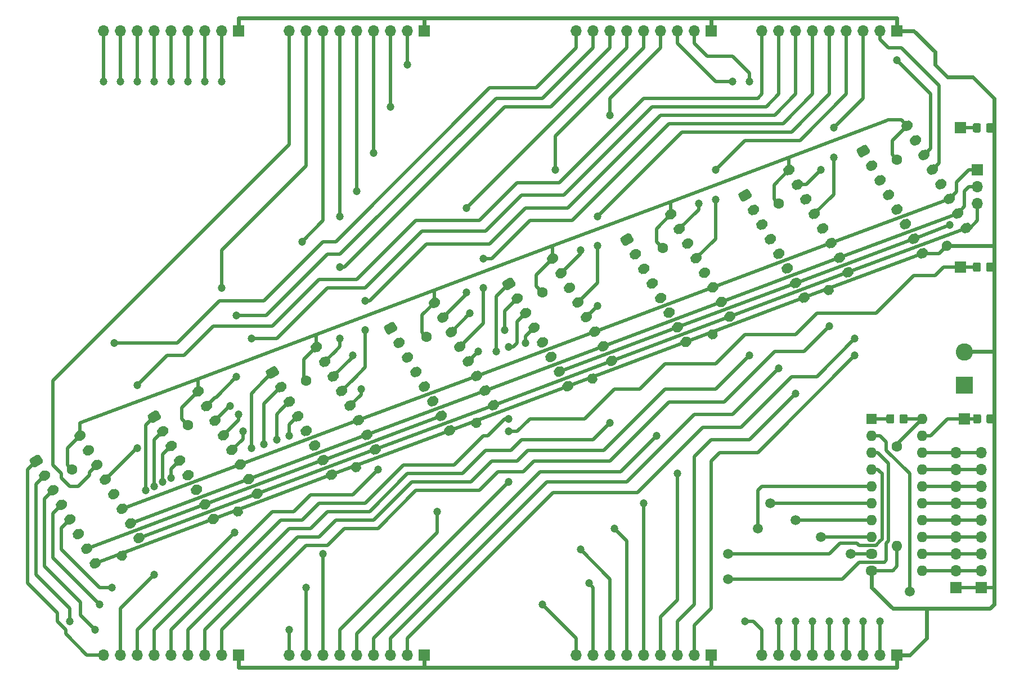
<source format=gbr>
%TF.GenerationSoftware,KiCad,Pcbnew,(5.1.8)-1*%
%TF.CreationDate,2024-01-21T21:17:12+03:00*%
%TF.ProjectId,MUX8x1-v5,4d555838-7831-42d7-9635-2e6b69636164,rev?*%
%TF.SameCoordinates,Original*%
%TF.FileFunction,Copper,L2,Bot*%
%TF.FilePolarity,Positive*%
%FSLAX46Y46*%
G04 Gerber Fmt 4.6, Leading zero omitted, Abs format (unit mm)*
G04 Created by KiCad (PCBNEW (5.1.8)-1) date 2024-01-21 21:17:12*
%MOMM*%
%LPD*%
G01*
G04 APERTURE LIST*
%TA.AperFunction,ComponentPad*%
%ADD10R,1.700000X1.700000*%
%TD*%
%TA.AperFunction,ComponentPad*%
%ADD11O,1.700000X1.700000*%
%TD*%
%TA.AperFunction,ComponentPad*%
%ADD12O,1.600000X1.600000*%
%TD*%
%TA.AperFunction,ComponentPad*%
%ADD13O,1.800000X1.500000*%
%TD*%
%TA.AperFunction,ComponentPad*%
%ADD14R,1.600000X1.600000*%
%TD*%
%TA.AperFunction,ComponentPad*%
%ADD15C,2.600000*%
%TD*%
%TA.AperFunction,ComponentPad*%
%ADD16R,2.600000X2.600000*%
%TD*%
%TA.AperFunction,ComponentPad*%
%ADD17C,1.600000*%
%TD*%
%TA.AperFunction,ViaPad*%
%ADD18C,1.200000*%
%TD*%
%TA.AperFunction,ViaPad*%
%ADD19C,1.500000*%
%TD*%
%TA.AperFunction,Conductor*%
%ADD20C,0.500000*%
%TD*%
%TA.AperFunction,Conductor*%
%ADD21C,0.600000*%
%TD*%
G04 APERTURE END LIST*
D10*
%TO.P,J20,1*%
%TO.N,/~EH*%
X172085000Y-68580000D03*
%TD*%
D11*
%TO.P,J11,9*%
%TO.N,/C7*%
X142240000Y-127000000D03*
%TO.P,J11,8*%
%TO.N,/C6*%
X144780000Y-127000000D03*
%TO.P,J11,7*%
%TO.N,/C5*%
X147320000Y-127000000D03*
%TO.P,J11,6*%
%TO.N,/C4*%
X149860000Y-127000000D03*
%TO.P,J11,5*%
%TO.N,/C3*%
X152400000Y-127000000D03*
%TO.P,J11,4*%
%TO.N,/C2*%
X154940000Y-127000000D03*
%TO.P,J11,3*%
%TO.N,/C1*%
X157480000Y-127000000D03*
%TO.P,J11,2*%
%TO.N,/C0*%
X160020000Y-127000000D03*
D10*
%TO.P,J11,1*%
%TO.N,GND*%
X162560000Y-127000000D03*
%TD*%
D12*
%TO.P,U9,20*%
%TO.N,VCC*%
X166370000Y-91440000D03*
D13*
%TO.P,U9,10*%
%TO.N,GND*%
X158750000Y-114300000D03*
D12*
%TO.P,U9,19*%
%TO.N,/~OE*%
X166370000Y-93980000D03*
D13*
%TO.P,U9,9*%
%TO.N,/O0*%
X158750000Y-111760000D03*
D12*
%TO.P,U9,18*%
%TO.N,/BUS7*%
X166370000Y-96520000D03*
%TO.P,U9,8*%
%TO.N,/O1*%
X158750000Y-109220000D03*
%TO.P,U9,17*%
%TO.N,/BUS6*%
X166370000Y-99060000D03*
%TO.P,U9,7*%
%TO.N,/O2*%
X158750000Y-106680000D03*
%TO.P,U9,16*%
%TO.N,/BUS5*%
X166370000Y-101600000D03*
%TO.P,U9,6*%
%TO.N,/O3*%
X158750000Y-104140000D03*
%TO.P,U9,15*%
%TO.N,/BUS4*%
X166370000Y-104140000D03*
%TO.P,U9,5*%
%TO.N,/O4*%
X158750000Y-101600000D03*
%TO.P,U9,14*%
%TO.N,/BUS3*%
X166370000Y-106680000D03*
%TO.P,U9,4*%
%TO.N,/O5*%
X158750000Y-99060000D03*
%TO.P,U9,13*%
%TO.N,/BUS2*%
X166370000Y-109220000D03*
%TO.P,U9,3*%
%TO.N,/O6*%
X158750000Y-96520000D03*
%TO.P,U9,12*%
%TO.N,/BUS1*%
X166370000Y-111760000D03*
%TO.P,U9,2*%
%TO.N,/O7*%
X158750000Y-93980000D03*
%TO.P,U9,11*%
%TO.N,/BUS0*%
X166370000Y-114300000D03*
D14*
%TO.P,U9,1*%
%TO.N,Net-(R2-Pad1)*%
X158750000Y-91440000D03*
%TD*%
%TO.P,U8,16*%
%TO.N,VCC*%
%TA.AperFunction,ComponentPad*%
G36*
G01*
X38839691Y-94430000D02*
X38839691Y-94430000D01*
G75*
G02*
X39114210Y-93405481I649519J375000D01*
G01*
X39374018Y-93255481D01*
G75*
G02*
X40398537Y-93530000I375000J-649519D01*
G01*
X40398537Y-93530000D01*
G75*
G02*
X40124018Y-94554519I-649519J-375000D01*
G01*
X39864210Y-94704519D01*
G75*
G02*
X38839691Y-94430000I-375000J649519D01*
G01*
G37*
%TD.AperFunction*%
%TO.P,U8,8*%
%TO.N,GND*%
%TA.AperFunction,ComponentPad*%
G36*
G01*
X41130577Y-113637932D02*
X41130577Y-113637932D01*
G75*
G02*
X41405096Y-112613413I649519J375000D01*
G01*
X41664904Y-112463413D01*
G75*
G02*
X42689423Y-112737932I375000J-649519D01*
G01*
X42689423Y-112737932D01*
G75*
G02*
X42414904Y-113762451I-649519J-375000D01*
G01*
X42155096Y-113912451D01*
G75*
G02*
X41130577Y-113637932I-375000J649519D01*
G01*
G37*
%TD.AperFunction*%
%TO.P,U8,15*%
%TO.N,/E7*%
%TA.AperFunction,ComponentPad*%
G36*
G01*
X40109691Y-96629705D02*
X40109691Y-96629705D01*
G75*
G02*
X40384210Y-95605186I649519J375000D01*
G01*
X40644018Y-95455186D01*
G75*
G02*
X41668537Y-95729705I375000J-649519D01*
G01*
X41668537Y-95729705D01*
G75*
G02*
X41394018Y-96754224I-649519J-375000D01*
G01*
X41134210Y-96904224D01*
G75*
G02*
X40109691Y-96629705I-375000J649519D01*
G01*
G37*
%TD.AperFunction*%
%TO.P,U8,7*%
%TO.N,/~EH*%
%TA.AperFunction,ComponentPad*%
G36*
G01*
X39860577Y-111438227D02*
X39860577Y-111438227D01*
G75*
G02*
X40135096Y-110413708I649519J375000D01*
G01*
X40394904Y-110263708D01*
G75*
G02*
X41419423Y-110538227I375000J-649519D01*
G01*
X41419423Y-110538227D01*
G75*
G02*
X41144904Y-111562746I-649519J-375000D01*
G01*
X40885096Y-111712746D01*
G75*
G02*
X39860577Y-111438227I-375000J649519D01*
G01*
G37*
%TD.AperFunction*%
%TO.P,U8,14*%
%TO.N,/F7*%
%TA.AperFunction,ComponentPad*%
G36*
G01*
X41379691Y-98829409D02*
X41379691Y-98829409D01*
G75*
G02*
X41654210Y-97804890I649519J375000D01*
G01*
X41914018Y-97654890D01*
G75*
G02*
X42938537Y-97929409I375000J-649519D01*
G01*
X42938537Y-97929409D01*
G75*
G02*
X42664018Y-98953928I-649519J-375000D01*
G01*
X42404210Y-99103928D01*
G75*
G02*
X41379691Y-98829409I-375000J649519D01*
G01*
G37*
%TD.AperFunction*%
%TO.P,U8,6*%
%TO.N,Net-(U8-Pad6)*%
%TA.AperFunction,ComponentPad*%
G36*
G01*
X38590577Y-109238523D02*
X38590577Y-109238523D01*
G75*
G02*
X38865096Y-108214004I649519J375000D01*
G01*
X39124904Y-108064004D01*
G75*
G02*
X40149423Y-108338523I375000J-649519D01*
G01*
X40149423Y-108338523D01*
G75*
G02*
X39874904Y-109363042I-649519J-375000D01*
G01*
X39615096Y-109513042D01*
G75*
G02*
X38590577Y-109238523I-375000J649519D01*
G01*
G37*
%TD.AperFunction*%
%TO.P,U8,13*%
%TO.N,/G7*%
%TA.AperFunction,ComponentPad*%
G36*
G01*
X42649691Y-101029114D02*
X42649691Y-101029114D01*
G75*
G02*
X42924210Y-100004595I649519J375000D01*
G01*
X43184018Y-99854595D01*
G75*
G02*
X44208537Y-100129114I375000J-649519D01*
G01*
X44208537Y-100129114D01*
G75*
G02*
X43934018Y-101153633I-649519J-375000D01*
G01*
X43674210Y-101303633D01*
G75*
G02*
X42649691Y-101029114I-375000J649519D01*
G01*
G37*
%TD.AperFunction*%
%TO.P,U8,5*%
%TO.N,/O7*%
%TA.AperFunction,ComponentPad*%
G36*
G01*
X37320577Y-107038818D02*
X37320577Y-107038818D01*
G75*
G02*
X37595096Y-106014299I649519J375000D01*
G01*
X37854904Y-105864299D01*
G75*
G02*
X38879423Y-106138818I375000J-649519D01*
G01*
X38879423Y-106138818D01*
G75*
G02*
X38604904Y-107163337I-649519J-375000D01*
G01*
X38345096Y-107313337D01*
G75*
G02*
X37320577Y-107038818I-375000J649519D01*
G01*
G37*
%TD.AperFunction*%
%TO.P,U8,12*%
%TO.N,/H7*%
%TA.AperFunction,ComponentPad*%
G36*
G01*
X43919691Y-103228818D02*
X43919691Y-103228818D01*
G75*
G02*
X44194210Y-102204299I649519J375000D01*
G01*
X44454018Y-102054299D01*
G75*
G02*
X45478537Y-102328818I375000J-649519D01*
G01*
X45478537Y-102328818D01*
G75*
G02*
X45204018Y-103353337I-649519J-375000D01*
G01*
X44944210Y-103503337D01*
G75*
G02*
X43919691Y-103228818I-375000J649519D01*
G01*
G37*
%TD.AperFunction*%
%TO.P,U8,4*%
%TO.N,/A7*%
%TA.AperFunction,ComponentPad*%
G36*
G01*
X36050577Y-104839114D02*
X36050577Y-104839114D01*
G75*
G02*
X36325096Y-103814595I649519J375000D01*
G01*
X36584904Y-103664595D01*
G75*
G02*
X37609423Y-103939114I375000J-649519D01*
G01*
X37609423Y-103939114D01*
G75*
G02*
X37334904Y-104963633I-649519J-375000D01*
G01*
X37075096Y-105113633D01*
G75*
G02*
X36050577Y-104839114I-375000J649519D01*
G01*
G37*
%TD.AperFunction*%
%TO.P,U8,11*%
%TO.N,/S0*%
%TA.AperFunction,ComponentPad*%
G36*
G01*
X45189691Y-105428523D02*
X45189691Y-105428523D01*
G75*
G02*
X45464210Y-104404004I649519J375000D01*
G01*
X45724018Y-104254004D01*
G75*
G02*
X46748537Y-104528523I375000J-649519D01*
G01*
X46748537Y-104528523D01*
G75*
G02*
X46474018Y-105553042I-649519J-375000D01*
G01*
X46214210Y-105703042D01*
G75*
G02*
X45189691Y-105428523I-375000J649519D01*
G01*
G37*
%TD.AperFunction*%
%TO.P,U8,3*%
%TO.N,/B7*%
%TA.AperFunction,ComponentPad*%
G36*
G01*
X34780577Y-102639409D02*
X34780577Y-102639409D01*
G75*
G02*
X35055096Y-101614890I649519J375000D01*
G01*
X35314904Y-101464890D01*
G75*
G02*
X36339423Y-101739409I375000J-649519D01*
G01*
X36339423Y-101739409D01*
G75*
G02*
X36064904Y-102763928I-649519J-375000D01*
G01*
X35805096Y-102913928D01*
G75*
G02*
X34780577Y-102639409I-375000J649519D01*
G01*
G37*
%TD.AperFunction*%
%TO.P,U8,10*%
%TO.N,/S1*%
%TA.AperFunction,ComponentPad*%
G36*
G01*
X46459691Y-107628227D02*
X46459691Y-107628227D01*
G75*
G02*
X46734210Y-106603708I649519J375000D01*
G01*
X46994018Y-106453708D01*
G75*
G02*
X48018537Y-106728227I375000J-649519D01*
G01*
X48018537Y-106728227D01*
G75*
G02*
X47744018Y-107752746I-649519J-375000D01*
G01*
X47484210Y-107902746D01*
G75*
G02*
X46459691Y-107628227I-375000J649519D01*
G01*
G37*
%TD.AperFunction*%
%TO.P,U8,2*%
%TO.N,/C7*%
%TA.AperFunction,ComponentPad*%
G36*
G01*
X33510577Y-100439705D02*
X33510577Y-100439705D01*
G75*
G02*
X33785096Y-99415186I649519J375000D01*
G01*
X34044904Y-99265186D01*
G75*
G02*
X35069423Y-99539705I375000J-649519D01*
G01*
X35069423Y-99539705D01*
G75*
G02*
X34794904Y-100564224I-649519J-375000D01*
G01*
X34535096Y-100714224D01*
G75*
G02*
X33510577Y-100439705I-375000J649519D01*
G01*
G37*
%TD.AperFunction*%
%TO.P,U8,9*%
%TO.N,/S2*%
%TA.AperFunction,ComponentPad*%
G36*
G01*
X47729691Y-109827932D02*
X47729691Y-109827932D01*
G75*
G02*
X48004210Y-108803413I649519J375000D01*
G01*
X48264018Y-108653413D01*
G75*
G02*
X49288537Y-108927932I375000J-649519D01*
G01*
X49288537Y-108927932D01*
G75*
G02*
X49014018Y-109952451I-649519J-375000D01*
G01*
X48754210Y-110102451D01*
G75*
G02*
X47729691Y-109827932I-375000J649519D01*
G01*
G37*
%TD.AperFunction*%
%TO.P,U8,1*%
%TO.N,/D7*%
%TA.AperFunction,ComponentPad*%
G36*
G01*
X32428077Y-98564760D02*
X32053077Y-97915240D01*
G75*
G02*
X32190337Y-97402980I324760J187500D01*
G01*
X33099663Y-96877980D01*
G75*
G02*
X33611923Y-97015240I187500J-324760D01*
G01*
X33986923Y-97664760D01*
G75*
G02*
X33849663Y-98177020I-324760J-187500D01*
G01*
X32940337Y-98702020D01*
G75*
G02*
X32428077Y-98564760I-187500J324760D01*
G01*
G37*
%TD.AperFunction*%
%TD*%
%TO.P,U7,16*%
%TO.N,VCC*%
%TA.AperFunction,ComponentPad*%
G36*
G01*
X56619691Y-87762500D02*
X56619691Y-87762500D01*
G75*
G02*
X56894210Y-86737981I649519J375000D01*
G01*
X57154018Y-86587981D01*
G75*
G02*
X58178537Y-86862500I375000J-649519D01*
G01*
X58178537Y-86862500D01*
G75*
G02*
X57904018Y-87887019I-649519J-375000D01*
G01*
X57644210Y-88037019D01*
G75*
G02*
X56619691Y-87762500I-375000J649519D01*
G01*
G37*
%TD.AperFunction*%
%TO.P,U7,8*%
%TO.N,GND*%
%TA.AperFunction,ComponentPad*%
G36*
G01*
X58910577Y-106970432D02*
X58910577Y-106970432D01*
G75*
G02*
X59185096Y-105945913I649519J375000D01*
G01*
X59444904Y-105795913D01*
G75*
G02*
X60469423Y-106070432I375000J-649519D01*
G01*
X60469423Y-106070432D01*
G75*
G02*
X60194904Y-107094951I-649519J-375000D01*
G01*
X59935096Y-107244951D01*
G75*
G02*
X58910577Y-106970432I-375000J649519D01*
G01*
G37*
%TD.AperFunction*%
%TO.P,U7,15*%
%TO.N,/E6*%
%TA.AperFunction,ComponentPad*%
G36*
G01*
X57889691Y-89962205D02*
X57889691Y-89962205D01*
G75*
G02*
X58164210Y-88937686I649519J375000D01*
G01*
X58424018Y-88787686D01*
G75*
G02*
X59448537Y-89062205I375000J-649519D01*
G01*
X59448537Y-89062205D01*
G75*
G02*
X59174018Y-90086724I-649519J-375000D01*
G01*
X58914210Y-90236724D01*
G75*
G02*
X57889691Y-89962205I-375000J649519D01*
G01*
G37*
%TD.AperFunction*%
%TO.P,U7,7*%
%TO.N,/~EH*%
%TA.AperFunction,ComponentPad*%
G36*
G01*
X57640577Y-104770727D02*
X57640577Y-104770727D01*
G75*
G02*
X57915096Y-103746208I649519J375000D01*
G01*
X58174904Y-103596208D01*
G75*
G02*
X59199423Y-103870727I375000J-649519D01*
G01*
X59199423Y-103870727D01*
G75*
G02*
X58924904Y-104895246I-649519J-375000D01*
G01*
X58665096Y-105045246D01*
G75*
G02*
X57640577Y-104770727I-375000J649519D01*
G01*
G37*
%TD.AperFunction*%
%TO.P,U7,14*%
%TO.N,/F6*%
%TA.AperFunction,ComponentPad*%
G36*
G01*
X59159691Y-92161909D02*
X59159691Y-92161909D01*
G75*
G02*
X59434210Y-91137390I649519J375000D01*
G01*
X59694018Y-90987390D01*
G75*
G02*
X60718537Y-91261909I375000J-649519D01*
G01*
X60718537Y-91261909D01*
G75*
G02*
X60444018Y-92286428I-649519J-375000D01*
G01*
X60184210Y-92436428D01*
G75*
G02*
X59159691Y-92161909I-375000J649519D01*
G01*
G37*
%TD.AperFunction*%
%TO.P,U7,6*%
%TO.N,Net-(U7-Pad6)*%
%TA.AperFunction,ComponentPad*%
G36*
G01*
X56370577Y-102571023D02*
X56370577Y-102571023D01*
G75*
G02*
X56645096Y-101546504I649519J375000D01*
G01*
X56904904Y-101396504D01*
G75*
G02*
X57929423Y-101671023I375000J-649519D01*
G01*
X57929423Y-101671023D01*
G75*
G02*
X57654904Y-102695542I-649519J-375000D01*
G01*
X57395096Y-102845542D01*
G75*
G02*
X56370577Y-102571023I-375000J649519D01*
G01*
G37*
%TD.AperFunction*%
%TO.P,U7,13*%
%TO.N,/G6*%
%TA.AperFunction,ComponentPad*%
G36*
G01*
X60429691Y-94361614D02*
X60429691Y-94361614D01*
G75*
G02*
X60704210Y-93337095I649519J375000D01*
G01*
X60964018Y-93187095D01*
G75*
G02*
X61988537Y-93461614I375000J-649519D01*
G01*
X61988537Y-93461614D01*
G75*
G02*
X61714018Y-94486133I-649519J-375000D01*
G01*
X61454210Y-94636133D01*
G75*
G02*
X60429691Y-94361614I-375000J649519D01*
G01*
G37*
%TD.AperFunction*%
%TO.P,U7,5*%
%TO.N,/O6*%
%TA.AperFunction,ComponentPad*%
G36*
G01*
X55100577Y-100371318D02*
X55100577Y-100371318D01*
G75*
G02*
X55375096Y-99346799I649519J375000D01*
G01*
X55634904Y-99196799D01*
G75*
G02*
X56659423Y-99471318I375000J-649519D01*
G01*
X56659423Y-99471318D01*
G75*
G02*
X56384904Y-100495837I-649519J-375000D01*
G01*
X56125096Y-100645837D01*
G75*
G02*
X55100577Y-100371318I-375000J649519D01*
G01*
G37*
%TD.AperFunction*%
%TO.P,U7,12*%
%TO.N,/H6*%
%TA.AperFunction,ComponentPad*%
G36*
G01*
X61699691Y-96561318D02*
X61699691Y-96561318D01*
G75*
G02*
X61974210Y-95536799I649519J375000D01*
G01*
X62234018Y-95386799D01*
G75*
G02*
X63258537Y-95661318I375000J-649519D01*
G01*
X63258537Y-95661318D01*
G75*
G02*
X62984018Y-96685837I-649519J-375000D01*
G01*
X62724210Y-96835837D01*
G75*
G02*
X61699691Y-96561318I-375000J649519D01*
G01*
G37*
%TD.AperFunction*%
%TO.P,U7,4*%
%TO.N,/A6*%
%TA.AperFunction,ComponentPad*%
G36*
G01*
X53830577Y-98171614D02*
X53830577Y-98171614D01*
G75*
G02*
X54105096Y-97147095I649519J375000D01*
G01*
X54364904Y-96997095D01*
G75*
G02*
X55389423Y-97271614I375000J-649519D01*
G01*
X55389423Y-97271614D01*
G75*
G02*
X55114904Y-98296133I-649519J-375000D01*
G01*
X54855096Y-98446133D01*
G75*
G02*
X53830577Y-98171614I-375000J649519D01*
G01*
G37*
%TD.AperFunction*%
%TO.P,U7,11*%
%TO.N,/S0*%
%TA.AperFunction,ComponentPad*%
G36*
G01*
X62969691Y-98761023D02*
X62969691Y-98761023D01*
G75*
G02*
X63244210Y-97736504I649519J375000D01*
G01*
X63504018Y-97586504D01*
G75*
G02*
X64528537Y-97861023I375000J-649519D01*
G01*
X64528537Y-97861023D01*
G75*
G02*
X64254018Y-98885542I-649519J-375000D01*
G01*
X63994210Y-99035542D01*
G75*
G02*
X62969691Y-98761023I-375000J649519D01*
G01*
G37*
%TD.AperFunction*%
%TO.P,U7,3*%
%TO.N,/B6*%
%TA.AperFunction,ComponentPad*%
G36*
G01*
X52560577Y-95971909D02*
X52560577Y-95971909D01*
G75*
G02*
X52835096Y-94947390I649519J375000D01*
G01*
X53094904Y-94797390D01*
G75*
G02*
X54119423Y-95071909I375000J-649519D01*
G01*
X54119423Y-95071909D01*
G75*
G02*
X53844904Y-96096428I-649519J-375000D01*
G01*
X53585096Y-96246428D01*
G75*
G02*
X52560577Y-95971909I-375000J649519D01*
G01*
G37*
%TD.AperFunction*%
%TO.P,U7,10*%
%TO.N,/S1*%
%TA.AperFunction,ComponentPad*%
G36*
G01*
X64239691Y-100960727D02*
X64239691Y-100960727D01*
G75*
G02*
X64514210Y-99936208I649519J375000D01*
G01*
X64774018Y-99786208D01*
G75*
G02*
X65798537Y-100060727I375000J-649519D01*
G01*
X65798537Y-100060727D01*
G75*
G02*
X65524018Y-101085246I-649519J-375000D01*
G01*
X65264210Y-101235246D01*
G75*
G02*
X64239691Y-100960727I-375000J649519D01*
G01*
G37*
%TD.AperFunction*%
%TO.P,U7,2*%
%TO.N,/C6*%
%TA.AperFunction,ComponentPad*%
G36*
G01*
X51290577Y-93772205D02*
X51290577Y-93772205D01*
G75*
G02*
X51565096Y-92747686I649519J375000D01*
G01*
X51824904Y-92597686D01*
G75*
G02*
X52849423Y-92872205I375000J-649519D01*
G01*
X52849423Y-92872205D01*
G75*
G02*
X52574904Y-93896724I-649519J-375000D01*
G01*
X52315096Y-94046724D01*
G75*
G02*
X51290577Y-93772205I-375000J649519D01*
G01*
G37*
%TD.AperFunction*%
%TO.P,U7,9*%
%TO.N,/S2*%
%TA.AperFunction,ComponentPad*%
G36*
G01*
X65509691Y-103160432D02*
X65509691Y-103160432D01*
G75*
G02*
X65784210Y-102135913I649519J375000D01*
G01*
X66044018Y-101985913D01*
G75*
G02*
X67068537Y-102260432I375000J-649519D01*
G01*
X67068537Y-102260432D01*
G75*
G02*
X66794018Y-103284951I-649519J-375000D01*
G01*
X66534210Y-103434951D01*
G75*
G02*
X65509691Y-103160432I-375000J649519D01*
G01*
G37*
%TD.AperFunction*%
%TO.P,U7,1*%
%TO.N,/D6*%
%TA.AperFunction,ComponentPad*%
G36*
G01*
X50208077Y-91897260D02*
X49833077Y-91247740D01*
G75*
G02*
X49970337Y-90735480I324760J187500D01*
G01*
X50879663Y-90210480D01*
G75*
G02*
X51391923Y-90347740I187500J-324760D01*
G01*
X51766923Y-90997260D01*
G75*
G02*
X51629663Y-91509520I-324760J-187500D01*
G01*
X50720337Y-92034520D01*
G75*
G02*
X50208077Y-91897260I-187500J324760D01*
G01*
G37*
%TD.AperFunction*%
%TD*%
%TO.P,U6,16*%
%TO.N,VCC*%
%TA.AperFunction,ComponentPad*%
G36*
G01*
X74399691Y-81095000D02*
X74399691Y-81095000D01*
G75*
G02*
X74674210Y-80070481I649519J375000D01*
G01*
X74934018Y-79920481D01*
G75*
G02*
X75958537Y-80195000I375000J-649519D01*
G01*
X75958537Y-80195000D01*
G75*
G02*
X75684018Y-81219519I-649519J-375000D01*
G01*
X75424210Y-81369519D01*
G75*
G02*
X74399691Y-81095000I-375000J649519D01*
G01*
G37*
%TD.AperFunction*%
%TO.P,U6,8*%
%TO.N,GND*%
%TA.AperFunction,ComponentPad*%
G36*
G01*
X76690577Y-100302932D02*
X76690577Y-100302932D01*
G75*
G02*
X76965096Y-99278413I649519J375000D01*
G01*
X77224904Y-99128413D01*
G75*
G02*
X78249423Y-99402932I375000J-649519D01*
G01*
X78249423Y-99402932D01*
G75*
G02*
X77974904Y-100427451I-649519J-375000D01*
G01*
X77715096Y-100577451D01*
G75*
G02*
X76690577Y-100302932I-375000J649519D01*
G01*
G37*
%TD.AperFunction*%
%TO.P,U6,15*%
%TO.N,/E5*%
%TA.AperFunction,ComponentPad*%
G36*
G01*
X75669691Y-83294705D02*
X75669691Y-83294705D01*
G75*
G02*
X75944210Y-82270186I649519J375000D01*
G01*
X76204018Y-82120186D01*
G75*
G02*
X77228537Y-82394705I375000J-649519D01*
G01*
X77228537Y-82394705D01*
G75*
G02*
X76954018Y-83419224I-649519J-375000D01*
G01*
X76694210Y-83569224D01*
G75*
G02*
X75669691Y-83294705I-375000J649519D01*
G01*
G37*
%TD.AperFunction*%
%TO.P,U6,7*%
%TO.N,/~EH*%
%TA.AperFunction,ComponentPad*%
G36*
G01*
X75420577Y-98103227D02*
X75420577Y-98103227D01*
G75*
G02*
X75695096Y-97078708I649519J375000D01*
G01*
X75954904Y-96928708D01*
G75*
G02*
X76979423Y-97203227I375000J-649519D01*
G01*
X76979423Y-97203227D01*
G75*
G02*
X76704904Y-98227746I-649519J-375000D01*
G01*
X76445096Y-98377746D01*
G75*
G02*
X75420577Y-98103227I-375000J649519D01*
G01*
G37*
%TD.AperFunction*%
%TO.P,U6,14*%
%TO.N,/F5*%
%TA.AperFunction,ComponentPad*%
G36*
G01*
X76939691Y-85494409D02*
X76939691Y-85494409D01*
G75*
G02*
X77214210Y-84469890I649519J375000D01*
G01*
X77474018Y-84319890D01*
G75*
G02*
X78498537Y-84594409I375000J-649519D01*
G01*
X78498537Y-84594409D01*
G75*
G02*
X78224018Y-85618928I-649519J-375000D01*
G01*
X77964210Y-85768928D01*
G75*
G02*
X76939691Y-85494409I-375000J649519D01*
G01*
G37*
%TD.AperFunction*%
%TO.P,U6,6*%
%TO.N,Net-(U6-Pad6)*%
%TA.AperFunction,ComponentPad*%
G36*
G01*
X74150577Y-95903523D02*
X74150577Y-95903523D01*
G75*
G02*
X74425096Y-94879004I649519J375000D01*
G01*
X74684904Y-94729004D01*
G75*
G02*
X75709423Y-95003523I375000J-649519D01*
G01*
X75709423Y-95003523D01*
G75*
G02*
X75434904Y-96028042I-649519J-375000D01*
G01*
X75175096Y-96178042D01*
G75*
G02*
X74150577Y-95903523I-375000J649519D01*
G01*
G37*
%TD.AperFunction*%
%TO.P,U6,13*%
%TO.N,/G5*%
%TA.AperFunction,ComponentPad*%
G36*
G01*
X78209691Y-87694114D02*
X78209691Y-87694114D01*
G75*
G02*
X78484210Y-86669595I649519J375000D01*
G01*
X78744018Y-86519595D01*
G75*
G02*
X79768537Y-86794114I375000J-649519D01*
G01*
X79768537Y-86794114D01*
G75*
G02*
X79494018Y-87818633I-649519J-375000D01*
G01*
X79234210Y-87968633D01*
G75*
G02*
X78209691Y-87694114I-375000J649519D01*
G01*
G37*
%TD.AperFunction*%
%TO.P,U6,5*%
%TO.N,/O5*%
%TA.AperFunction,ComponentPad*%
G36*
G01*
X72880577Y-93703818D02*
X72880577Y-93703818D01*
G75*
G02*
X73155096Y-92679299I649519J375000D01*
G01*
X73414904Y-92529299D01*
G75*
G02*
X74439423Y-92803818I375000J-649519D01*
G01*
X74439423Y-92803818D01*
G75*
G02*
X74164904Y-93828337I-649519J-375000D01*
G01*
X73905096Y-93978337D01*
G75*
G02*
X72880577Y-93703818I-375000J649519D01*
G01*
G37*
%TD.AperFunction*%
%TO.P,U6,12*%
%TO.N,/H5*%
%TA.AperFunction,ComponentPad*%
G36*
G01*
X79479691Y-89893818D02*
X79479691Y-89893818D01*
G75*
G02*
X79754210Y-88869299I649519J375000D01*
G01*
X80014018Y-88719299D01*
G75*
G02*
X81038537Y-88993818I375000J-649519D01*
G01*
X81038537Y-88993818D01*
G75*
G02*
X80764018Y-90018337I-649519J-375000D01*
G01*
X80504210Y-90168337D01*
G75*
G02*
X79479691Y-89893818I-375000J649519D01*
G01*
G37*
%TD.AperFunction*%
%TO.P,U6,4*%
%TO.N,/A5*%
%TA.AperFunction,ComponentPad*%
G36*
G01*
X71610577Y-91504114D02*
X71610577Y-91504114D01*
G75*
G02*
X71885096Y-90479595I649519J375000D01*
G01*
X72144904Y-90329595D01*
G75*
G02*
X73169423Y-90604114I375000J-649519D01*
G01*
X73169423Y-90604114D01*
G75*
G02*
X72894904Y-91628633I-649519J-375000D01*
G01*
X72635096Y-91778633D01*
G75*
G02*
X71610577Y-91504114I-375000J649519D01*
G01*
G37*
%TD.AperFunction*%
%TO.P,U6,11*%
%TO.N,/S0*%
%TA.AperFunction,ComponentPad*%
G36*
G01*
X80749691Y-92093523D02*
X80749691Y-92093523D01*
G75*
G02*
X81024210Y-91069004I649519J375000D01*
G01*
X81284018Y-90919004D01*
G75*
G02*
X82308537Y-91193523I375000J-649519D01*
G01*
X82308537Y-91193523D01*
G75*
G02*
X82034018Y-92218042I-649519J-375000D01*
G01*
X81774210Y-92368042D01*
G75*
G02*
X80749691Y-92093523I-375000J649519D01*
G01*
G37*
%TD.AperFunction*%
%TO.P,U6,3*%
%TO.N,/B5*%
%TA.AperFunction,ComponentPad*%
G36*
G01*
X70340577Y-89304409D02*
X70340577Y-89304409D01*
G75*
G02*
X70615096Y-88279890I649519J375000D01*
G01*
X70874904Y-88129890D01*
G75*
G02*
X71899423Y-88404409I375000J-649519D01*
G01*
X71899423Y-88404409D01*
G75*
G02*
X71624904Y-89428928I-649519J-375000D01*
G01*
X71365096Y-89578928D01*
G75*
G02*
X70340577Y-89304409I-375000J649519D01*
G01*
G37*
%TD.AperFunction*%
%TO.P,U6,10*%
%TO.N,/S1*%
%TA.AperFunction,ComponentPad*%
G36*
G01*
X82019691Y-94293227D02*
X82019691Y-94293227D01*
G75*
G02*
X82294210Y-93268708I649519J375000D01*
G01*
X82554018Y-93118708D01*
G75*
G02*
X83578537Y-93393227I375000J-649519D01*
G01*
X83578537Y-93393227D01*
G75*
G02*
X83304018Y-94417746I-649519J-375000D01*
G01*
X83044210Y-94567746D01*
G75*
G02*
X82019691Y-94293227I-375000J649519D01*
G01*
G37*
%TD.AperFunction*%
%TO.P,U6,2*%
%TO.N,/C5*%
%TA.AperFunction,ComponentPad*%
G36*
G01*
X69070577Y-87104705D02*
X69070577Y-87104705D01*
G75*
G02*
X69345096Y-86080186I649519J375000D01*
G01*
X69604904Y-85930186D01*
G75*
G02*
X70629423Y-86204705I375000J-649519D01*
G01*
X70629423Y-86204705D01*
G75*
G02*
X70354904Y-87229224I-649519J-375000D01*
G01*
X70095096Y-87379224D01*
G75*
G02*
X69070577Y-87104705I-375000J649519D01*
G01*
G37*
%TD.AperFunction*%
%TO.P,U6,9*%
%TO.N,/S2*%
%TA.AperFunction,ComponentPad*%
G36*
G01*
X83289691Y-96492932D02*
X83289691Y-96492932D01*
G75*
G02*
X83564210Y-95468413I649519J375000D01*
G01*
X83824018Y-95318413D01*
G75*
G02*
X84848537Y-95592932I375000J-649519D01*
G01*
X84848537Y-95592932D01*
G75*
G02*
X84574018Y-96617451I-649519J-375000D01*
G01*
X84314210Y-96767451D01*
G75*
G02*
X83289691Y-96492932I-375000J649519D01*
G01*
G37*
%TD.AperFunction*%
%TO.P,U6,1*%
%TO.N,/D5*%
%TA.AperFunction,ComponentPad*%
G36*
G01*
X67988077Y-85229760D02*
X67613077Y-84580240D01*
G75*
G02*
X67750337Y-84067980I324760J187500D01*
G01*
X68659663Y-83542980D01*
G75*
G02*
X69171923Y-83680240I187500J-324760D01*
G01*
X69546923Y-84329760D01*
G75*
G02*
X69409663Y-84842020I-324760J-187500D01*
G01*
X68500337Y-85367020D01*
G75*
G02*
X67988077Y-85229760I-187500J324760D01*
G01*
G37*
%TD.AperFunction*%
%TD*%
%TO.P,U5,16*%
%TO.N,VCC*%
%TA.AperFunction,ComponentPad*%
G36*
G01*
X92179691Y-74427500D02*
X92179691Y-74427500D01*
G75*
G02*
X92454210Y-73402981I649519J375000D01*
G01*
X92714018Y-73252981D01*
G75*
G02*
X93738537Y-73527500I375000J-649519D01*
G01*
X93738537Y-73527500D01*
G75*
G02*
X93464018Y-74552019I-649519J-375000D01*
G01*
X93204210Y-74702019D01*
G75*
G02*
X92179691Y-74427500I-375000J649519D01*
G01*
G37*
%TD.AperFunction*%
%TO.P,U5,8*%
%TO.N,GND*%
%TA.AperFunction,ComponentPad*%
G36*
G01*
X94470577Y-93635432D02*
X94470577Y-93635432D01*
G75*
G02*
X94745096Y-92610913I649519J375000D01*
G01*
X95004904Y-92460913D01*
G75*
G02*
X96029423Y-92735432I375000J-649519D01*
G01*
X96029423Y-92735432D01*
G75*
G02*
X95754904Y-93759951I-649519J-375000D01*
G01*
X95495096Y-93909951D01*
G75*
G02*
X94470577Y-93635432I-375000J649519D01*
G01*
G37*
%TD.AperFunction*%
%TO.P,U5,15*%
%TO.N,/E4*%
%TA.AperFunction,ComponentPad*%
G36*
G01*
X93449691Y-76627205D02*
X93449691Y-76627205D01*
G75*
G02*
X93724210Y-75602686I649519J375000D01*
G01*
X93984018Y-75452686D01*
G75*
G02*
X95008537Y-75727205I375000J-649519D01*
G01*
X95008537Y-75727205D01*
G75*
G02*
X94734018Y-76751724I-649519J-375000D01*
G01*
X94474210Y-76901724D01*
G75*
G02*
X93449691Y-76627205I-375000J649519D01*
G01*
G37*
%TD.AperFunction*%
%TO.P,U5,7*%
%TO.N,/~EH*%
%TA.AperFunction,ComponentPad*%
G36*
G01*
X93200577Y-91435727D02*
X93200577Y-91435727D01*
G75*
G02*
X93475096Y-90411208I649519J375000D01*
G01*
X93734904Y-90261208D01*
G75*
G02*
X94759423Y-90535727I375000J-649519D01*
G01*
X94759423Y-90535727D01*
G75*
G02*
X94484904Y-91560246I-649519J-375000D01*
G01*
X94225096Y-91710246D01*
G75*
G02*
X93200577Y-91435727I-375000J649519D01*
G01*
G37*
%TD.AperFunction*%
%TO.P,U5,14*%
%TO.N,/F4*%
%TA.AperFunction,ComponentPad*%
G36*
G01*
X94719691Y-78826909D02*
X94719691Y-78826909D01*
G75*
G02*
X94994210Y-77802390I649519J375000D01*
G01*
X95254018Y-77652390D01*
G75*
G02*
X96278537Y-77926909I375000J-649519D01*
G01*
X96278537Y-77926909D01*
G75*
G02*
X96004018Y-78951428I-649519J-375000D01*
G01*
X95744210Y-79101428D01*
G75*
G02*
X94719691Y-78826909I-375000J649519D01*
G01*
G37*
%TD.AperFunction*%
%TO.P,U5,6*%
%TO.N,Net-(U5-Pad6)*%
%TA.AperFunction,ComponentPad*%
G36*
G01*
X91930577Y-89236023D02*
X91930577Y-89236023D01*
G75*
G02*
X92205096Y-88211504I649519J375000D01*
G01*
X92464904Y-88061504D01*
G75*
G02*
X93489423Y-88336023I375000J-649519D01*
G01*
X93489423Y-88336023D01*
G75*
G02*
X93214904Y-89360542I-649519J-375000D01*
G01*
X92955096Y-89510542D01*
G75*
G02*
X91930577Y-89236023I-375000J649519D01*
G01*
G37*
%TD.AperFunction*%
%TO.P,U5,13*%
%TO.N,/G4*%
%TA.AperFunction,ComponentPad*%
G36*
G01*
X95989691Y-81026614D02*
X95989691Y-81026614D01*
G75*
G02*
X96264210Y-80002095I649519J375000D01*
G01*
X96524018Y-79852095D01*
G75*
G02*
X97548537Y-80126614I375000J-649519D01*
G01*
X97548537Y-80126614D01*
G75*
G02*
X97274018Y-81151133I-649519J-375000D01*
G01*
X97014210Y-81301133D01*
G75*
G02*
X95989691Y-81026614I-375000J649519D01*
G01*
G37*
%TD.AperFunction*%
%TO.P,U5,5*%
%TO.N,/O4*%
%TA.AperFunction,ComponentPad*%
G36*
G01*
X90660577Y-87036318D02*
X90660577Y-87036318D01*
G75*
G02*
X90935096Y-86011799I649519J375000D01*
G01*
X91194904Y-85861799D01*
G75*
G02*
X92219423Y-86136318I375000J-649519D01*
G01*
X92219423Y-86136318D01*
G75*
G02*
X91944904Y-87160837I-649519J-375000D01*
G01*
X91685096Y-87310837D01*
G75*
G02*
X90660577Y-87036318I-375000J649519D01*
G01*
G37*
%TD.AperFunction*%
%TO.P,U5,12*%
%TO.N,/H4*%
%TA.AperFunction,ComponentPad*%
G36*
G01*
X97259691Y-83226318D02*
X97259691Y-83226318D01*
G75*
G02*
X97534210Y-82201799I649519J375000D01*
G01*
X97794018Y-82051799D01*
G75*
G02*
X98818537Y-82326318I375000J-649519D01*
G01*
X98818537Y-82326318D01*
G75*
G02*
X98544018Y-83350837I-649519J-375000D01*
G01*
X98284210Y-83500837D01*
G75*
G02*
X97259691Y-83226318I-375000J649519D01*
G01*
G37*
%TD.AperFunction*%
%TO.P,U5,4*%
%TO.N,/A4*%
%TA.AperFunction,ComponentPad*%
G36*
G01*
X89390577Y-84836614D02*
X89390577Y-84836614D01*
G75*
G02*
X89665096Y-83812095I649519J375000D01*
G01*
X89924904Y-83662095D01*
G75*
G02*
X90949423Y-83936614I375000J-649519D01*
G01*
X90949423Y-83936614D01*
G75*
G02*
X90674904Y-84961133I-649519J-375000D01*
G01*
X90415096Y-85111133D01*
G75*
G02*
X89390577Y-84836614I-375000J649519D01*
G01*
G37*
%TD.AperFunction*%
%TO.P,U5,11*%
%TO.N,/S0*%
%TA.AperFunction,ComponentPad*%
G36*
G01*
X98529691Y-85426023D02*
X98529691Y-85426023D01*
G75*
G02*
X98804210Y-84401504I649519J375000D01*
G01*
X99064018Y-84251504D01*
G75*
G02*
X100088537Y-84526023I375000J-649519D01*
G01*
X100088537Y-84526023D01*
G75*
G02*
X99814018Y-85550542I-649519J-375000D01*
G01*
X99554210Y-85700542D01*
G75*
G02*
X98529691Y-85426023I-375000J649519D01*
G01*
G37*
%TD.AperFunction*%
%TO.P,U5,3*%
%TO.N,/B4*%
%TA.AperFunction,ComponentPad*%
G36*
G01*
X88120577Y-82636909D02*
X88120577Y-82636909D01*
G75*
G02*
X88395096Y-81612390I649519J375000D01*
G01*
X88654904Y-81462390D01*
G75*
G02*
X89679423Y-81736909I375000J-649519D01*
G01*
X89679423Y-81736909D01*
G75*
G02*
X89404904Y-82761428I-649519J-375000D01*
G01*
X89145096Y-82911428D01*
G75*
G02*
X88120577Y-82636909I-375000J649519D01*
G01*
G37*
%TD.AperFunction*%
%TO.P,U5,10*%
%TO.N,/S1*%
%TA.AperFunction,ComponentPad*%
G36*
G01*
X99799691Y-87625727D02*
X99799691Y-87625727D01*
G75*
G02*
X100074210Y-86601208I649519J375000D01*
G01*
X100334018Y-86451208D01*
G75*
G02*
X101358537Y-86725727I375000J-649519D01*
G01*
X101358537Y-86725727D01*
G75*
G02*
X101084018Y-87750246I-649519J-375000D01*
G01*
X100824210Y-87900246D01*
G75*
G02*
X99799691Y-87625727I-375000J649519D01*
G01*
G37*
%TD.AperFunction*%
%TO.P,U5,2*%
%TO.N,/C4*%
%TA.AperFunction,ComponentPad*%
G36*
G01*
X86850577Y-80437205D02*
X86850577Y-80437205D01*
G75*
G02*
X87125096Y-79412686I649519J375000D01*
G01*
X87384904Y-79262686D01*
G75*
G02*
X88409423Y-79537205I375000J-649519D01*
G01*
X88409423Y-79537205D01*
G75*
G02*
X88134904Y-80561724I-649519J-375000D01*
G01*
X87875096Y-80711724D01*
G75*
G02*
X86850577Y-80437205I-375000J649519D01*
G01*
G37*
%TD.AperFunction*%
%TO.P,U5,9*%
%TO.N,/S2*%
%TA.AperFunction,ComponentPad*%
G36*
G01*
X101069691Y-89825432D02*
X101069691Y-89825432D01*
G75*
G02*
X101344210Y-88800913I649519J375000D01*
G01*
X101604018Y-88650913D01*
G75*
G02*
X102628537Y-88925432I375000J-649519D01*
G01*
X102628537Y-88925432D01*
G75*
G02*
X102354018Y-89949951I-649519J-375000D01*
G01*
X102094210Y-90099951D01*
G75*
G02*
X101069691Y-89825432I-375000J649519D01*
G01*
G37*
%TD.AperFunction*%
%TO.P,U5,1*%
%TO.N,/D4*%
%TA.AperFunction,ComponentPad*%
G36*
G01*
X85768077Y-78562260D02*
X85393077Y-77912740D01*
G75*
G02*
X85530337Y-77400480I324760J187500D01*
G01*
X86439663Y-76875480D01*
G75*
G02*
X86951923Y-77012740I187500J-324760D01*
G01*
X87326923Y-77662260D01*
G75*
G02*
X87189663Y-78174520I-324760J-187500D01*
G01*
X86280337Y-78699520D01*
G75*
G02*
X85768077Y-78562260I-187500J324760D01*
G01*
G37*
%TD.AperFunction*%
%TD*%
%TO.P,U4,16*%
%TO.N,VCC*%
%TA.AperFunction,ComponentPad*%
G36*
G01*
X109959691Y-67760000D02*
X109959691Y-67760000D01*
G75*
G02*
X110234210Y-66735481I649519J375000D01*
G01*
X110494018Y-66585481D01*
G75*
G02*
X111518537Y-66860000I375000J-649519D01*
G01*
X111518537Y-66860000D01*
G75*
G02*
X111244018Y-67884519I-649519J-375000D01*
G01*
X110984210Y-68034519D01*
G75*
G02*
X109959691Y-67760000I-375000J649519D01*
G01*
G37*
%TD.AperFunction*%
%TO.P,U4,8*%
%TO.N,GND*%
%TA.AperFunction,ComponentPad*%
G36*
G01*
X112250577Y-86967932D02*
X112250577Y-86967932D01*
G75*
G02*
X112525096Y-85943413I649519J375000D01*
G01*
X112784904Y-85793413D01*
G75*
G02*
X113809423Y-86067932I375000J-649519D01*
G01*
X113809423Y-86067932D01*
G75*
G02*
X113534904Y-87092451I-649519J-375000D01*
G01*
X113275096Y-87242451D01*
G75*
G02*
X112250577Y-86967932I-375000J649519D01*
G01*
G37*
%TD.AperFunction*%
%TO.P,U4,15*%
%TO.N,/E3*%
%TA.AperFunction,ComponentPad*%
G36*
G01*
X111229691Y-69959705D02*
X111229691Y-69959705D01*
G75*
G02*
X111504210Y-68935186I649519J375000D01*
G01*
X111764018Y-68785186D01*
G75*
G02*
X112788537Y-69059705I375000J-649519D01*
G01*
X112788537Y-69059705D01*
G75*
G02*
X112514018Y-70084224I-649519J-375000D01*
G01*
X112254210Y-70234224D01*
G75*
G02*
X111229691Y-69959705I-375000J649519D01*
G01*
G37*
%TD.AperFunction*%
%TO.P,U4,7*%
%TO.N,/~EL*%
%TA.AperFunction,ComponentPad*%
G36*
G01*
X110980577Y-84768227D02*
X110980577Y-84768227D01*
G75*
G02*
X111255096Y-83743708I649519J375000D01*
G01*
X111514904Y-83593708D01*
G75*
G02*
X112539423Y-83868227I375000J-649519D01*
G01*
X112539423Y-83868227D01*
G75*
G02*
X112264904Y-84892746I-649519J-375000D01*
G01*
X112005096Y-85042746D01*
G75*
G02*
X110980577Y-84768227I-375000J649519D01*
G01*
G37*
%TD.AperFunction*%
%TO.P,U4,14*%
%TO.N,/F3*%
%TA.AperFunction,ComponentPad*%
G36*
G01*
X112499691Y-72159409D02*
X112499691Y-72159409D01*
G75*
G02*
X112774210Y-71134890I649519J375000D01*
G01*
X113034018Y-70984890D01*
G75*
G02*
X114058537Y-71259409I375000J-649519D01*
G01*
X114058537Y-71259409D01*
G75*
G02*
X113784018Y-72283928I-649519J-375000D01*
G01*
X113524210Y-72433928D01*
G75*
G02*
X112499691Y-72159409I-375000J649519D01*
G01*
G37*
%TD.AperFunction*%
%TO.P,U4,6*%
%TO.N,Net-(U4-Pad6)*%
%TA.AperFunction,ComponentPad*%
G36*
G01*
X109710577Y-82568523D02*
X109710577Y-82568523D01*
G75*
G02*
X109985096Y-81544004I649519J375000D01*
G01*
X110244904Y-81394004D01*
G75*
G02*
X111269423Y-81668523I375000J-649519D01*
G01*
X111269423Y-81668523D01*
G75*
G02*
X110994904Y-82693042I-649519J-375000D01*
G01*
X110735096Y-82843042D01*
G75*
G02*
X109710577Y-82568523I-375000J649519D01*
G01*
G37*
%TD.AperFunction*%
%TO.P,U4,13*%
%TO.N,/G3*%
%TA.AperFunction,ComponentPad*%
G36*
G01*
X113769691Y-74359114D02*
X113769691Y-74359114D01*
G75*
G02*
X114044210Y-73334595I649519J375000D01*
G01*
X114304018Y-73184595D01*
G75*
G02*
X115328537Y-73459114I375000J-649519D01*
G01*
X115328537Y-73459114D01*
G75*
G02*
X115054018Y-74483633I-649519J-375000D01*
G01*
X114794210Y-74633633D01*
G75*
G02*
X113769691Y-74359114I-375000J649519D01*
G01*
G37*
%TD.AperFunction*%
%TO.P,U4,5*%
%TO.N,/O3*%
%TA.AperFunction,ComponentPad*%
G36*
G01*
X108440577Y-80368818D02*
X108440577Y-80368818D01*
G75*
G02*
X108715096Y-79344299I649519J375000D01*
G01*
X108974904Y-79194299D01*
G75*
G02*
X109999423Y-79468818I375000J-649519D01*
G01*
X109999423Y-79468818D01*
G75*
G02*
X109724904Y-80493337I-649519J-375000D01*
G01*
X109465096Y-80643337D01*
G75*
G02*
X108440577Y-80368818I-375000J649519D01*
G01*
G37*
%TD.AperFunction*%
%TO.P,U4,12*%
%TO.N,/H3*%
%TA.AperFunction,ComponentPad*%
G36*
G01*
X115039691Y-76558818D02*
X115039691Y-76558818D01*
G75*
G02*
X115314210Y-75534299I649519J375000D01*
G01*
X115574018Y-75384299D01*
G75*
G02*
X116598537Y-75658818I375000J-649519D01*
G01*
X116598537Y-75658818D01*
G75*
G02*
X116324018Y-76683337I-649519J-375000D01*
G01*
X116064210Y-76833337D01*
G75*
G02*
X115039691Y-76558818I-375000J649519D01*
G01*
G37*
%TD.AperFunction*%
%TO.P,U4,4*%
%TO.N,/A3*%
%TA.AperFunction,ComponentPad*%
G36*
G01*
X107170577Y-78169114D02*
X107170577Y-78169114D01*
G75*
G02*
X107445096Y-77144595I649519J375000D01*
G01*
X107704904Y-76994595D01*
G75*
G02*
X108729423Y-77269114I375000J-649519D01*
G01*
X108729423Y-77269114D01*
G75*
G02*
X108454904Y-78293633I-649519J-375000D01*
G01*
X108195096Y-78443633D01*
G75*
G02*
X107170577Y-78169114I-375000J649519D01*
G01*
G37*
%TD.AperFunction*%
%TO.P,U4,11*%
%TO.N,/S0*%
%TA.AperFunction,ComponentPad*%
G36*
G01*
X116309691Y-78758523D02*
X116309691Y-78758523D01*
G75*
G02*
X116584210Y-77734004I649519J375000D01*
G01*
X116844018Y-77584004D01*
G75*
G02*
X117868537Y-77858523I375000J-649519D01*
G01*
X117868537Y-77858523D01*
G75*
G02*
X117594018Y-78883042I-649519J-375000D01*
G01*
X117334210Y-79033042D01*
G75*
G02*
X116309691Y-78758523I-375000J649519D01*
G01*
G37*
%TD.AperFunction*%
%TO.P,U4,3*%
%TO.N,/B3*%
%TA.AperFunction,ComponentPad*%
G36*
G01*
X105900577Y-75969409D02*
X105900577Y-75969409D01*
G75*
G02*
X106175096Y-74944890I649519J375000D01*
G01*
X106434904Y-74794890D01*
G75*
G02*
X107459423Y-75069409I375000J-649519D01*
G01*
X107459423Y-75069409D01*
G75*
G02*
X107184904Y-76093928I-649519J-375000D01*
G01*
X106925096Y-76243928D01*
G75*
G02*
X105900577Y-75969409I-375000J649519D01*
G01*
G37*
%TD.AperFunction*%
%TO.P,U4,10*%
%TO.N,/S1*%
%TA.AperFunction,ComponentPad*%
G36*
G01*
X117579691Y-80958227D02*
X117579691Y-80958227D01*
G75*
G02*
X117854210Y-79933708I649519J375000D01*
G01*
X118114018Y-79783708D01*
G75*
G02*
X119138537Y-80058227I375000J-649519D01*
G01*
X119138537Y-80058227D01*
G75*
G02*
X118864018Y-81082746I-649519J-375000D01*
G01*
X118604210Y-81232746D01*
G75*
G02*
X117579691Y-80958227I-375000J649519D01*
G01*
G37*
%TD.AperFunction*%
%TO.P,U4,2*%
%TO.N,/C3*%
%TA.AperFunction,ComponentPad*%
G36*
G01*
X104630577Y-73769705D02*
X104630577Y-73769705D01*
G75*
G02*
X104905096Y-72745186I649519J375000D01*
G01*
X105164904Y-72595186D01*
G75*
G02*
X106189423Y-72869705I375000J-649519D01*
G01*
X106189423Y-72869705D01*
G75*
G02*
X105914904Y-73894224I-649519J-375000D01*
G01*
X105655096Y-74044224D01*
G75*
G02*
X104630577Y-73769705I-375000J649519D01*
G01*
G37*
%TD.AperFunction*%
%TO.P,U4,9*%
%TO.N,/S2*%
%TA.AperFunction,ComponentPad*%
G36*
G01*
X118849691Y-83157932D02*
X118849691Y-83157932D01*
G75*
G02*
X119124210Y-82133413I649519J375000D01*
G01*
X119384018Y-81983413D01*
G75*
G02*
X120408537Y-82257932I375000J-649519D01*
G01*
X120408537Y-82257932D01*
G75*
G02*
X120134018Y-83282451I-649519J-375000D01*
G01*
X119874210Y-83432451D01*
G75*
G02*
X118849691Y-83157932I-375000J649519D01*
G01*
G37*
%TD.AperFunction*%
%TO.P,U4,1*%
%TO.N,/D3*%
%TA.AperFunction,ComponentPad*%
G36*
G01*
X103548077Y-71894760D02*
X103173077Y-71245240D01*
G75*
G02*
X103310337Y-70732980I324760J187500D01*
G01*
X104219663Y-70207980D01*
G75*
G02*
X104731923Y-70345240I187500J-324760D01*
G01*
X105106923Y-70994760D01*
G75*
G02*
X104969663Y-71507020I-324760J-187500D01*
G01*
X104060337Y-72032020D01*
G75*
G02*
X103548077Y-71894760I-187500J324760D01*
G01*
G37*
%TD.AperFunction*%
%TD*%
%TO.P,U3,16*%
%TO.N,VCC*%
%TA.AperFunction,ComponentPad*%
G36*
G01*
X127739691Y-61092500D02*
X127739691Y-61092500D01*
G75*
G02*
X128014210Y-60067981I649519J375000D01*
G01*
X128274018Y-59917981D01*
G75*
G02*
X129298537Y-60192500I375000J-649519D01*
G01*
X129298537Y-60192500D01*
G75*
G02*
X129024018Y-61217019I-649519J-375000D01*
G01*
X128764210Y-61367019D01*
G75*
G02*
X127739691Y-61092500I-375000J649519D01*
G01*
G37*
%TD.AperFunction*%
%TO.P,U3,8*%
%TO.N,GND*%
%TA.AperFunction,ComponentPad*%
G36*
G01*
X130030577Y-80300432D02*
X130030577Y-80300432D01*
G75*
G02*
X130305096Y-79275913I649519J375000D01*
G01*
X130564904Y-79125913D01*
G75*
G02*
X131589423Y-79400432I375000J-649519D01*
G01*
X131589423Y-79400432D01*
G75*
G02*
X131314904Y-80424951I-649519J-375000D01*
G01*
X131055096Y-80574951D01*
G75*
G02*
X130030577Y-80300432I-375000J649519D01*
G01*
G37*
%TD.AperFunction*%
%TO.P,U3,15*%
%TO.N,/E2*%
%TA.AperFunction,ComponentPad*%
G36*
G01*
X129009691Y-63292205D02*
X129009691Y-63292205D01*
G75*
G02*
X129284210Y-62267686I649519J375000D01*
G01*
X129544018Y-62117686D01*
G75*
G02*
X130568537Y-62392205I375000J-649519D01*
G01*
X130568537Y-62392205D01*
G75*
G02*
X130294018Y-63416724I-649519J-375000D01*
G01*
X130034210Y-63566724D01*
G75*
G02*
X129009691Y-63292205I-375000J649519D01*
G01*
G37*
%TD.AperFunction*%
%TO.P,U3,7*%
%TO.N,/~EL*%
%TA.AperFunction,ComponentPad*%
G36*
G01*
X128760577Y-78100727D02*
X128760577Y-78100727D01*
G75*
G02*
X129035096Y-77076208I649519J375000D01*
G01*
X129294904Y-76926208D01*
G75*
G02*
X130319423Y-77200727I375000J-649519D01*
G01*
X130319423Y-77200727D01*
G75*
G02*
X130044904Y-78225246I-649519J-375000D01*
G01*
X129785096Y-78375246D01*
G75*
G02*
X128760577Y-78100727I-375000J649519D01*
G01*
G37*
%TD.AperFunction*%
%TO.P,U3,14*%
%TO.N,/F2*%
%TA.AperFunction,ComponentPad*%
G36*
G01*
X130279691Y-65491909D02*
X130279691Y-65491909D01*
G75*
G02*
X130554210Y-64467390I649519J375000D01*
G01*
X130814018Y-64317390D01*
G75*
G02*
X131838537Y-64591909I375000J-649519D01*
G01*
X131838537Y-64591909D01*
G75*
G02*
X131564018Y-65616428I-649519J-375000D01*
G01*
X131304210Y-65766428D01*
G75*
G02*
X130279691Y-65491909I-375000J649519D01*
G01*
G37*
%TD.AperFunction*%
%TO.P,U3,6*%
%TO.N,Net-(U3-Pad6)*%
%TA.AperFunction,ComponentPad*%
G36*
G01*
X127490577Y-75901023D02*
X127490577Y-75901023D01*
G75*
G02*
X127765096Y-74876504I649519J375000D01*
G01*
X128024904Y-74726504D01*
G75*
G02*
X129049423Y-75001023I375000J-649519D01*
G01*
X129049423Y-75001023D01*
G75*
G02*
X128774904Y-76025542I-649519J-375000D01*
G01*
X128515096Y-76175542D01*
G75*
G02*
X127490577Y-75901023I-375000J649519D01*
G01*
G37*
%TD.AperFunction*%
%TO.P,U3,13*%
%TO.N,/G2*%
%TA.AperFunction,ComponentPad*%
G36*
G01*
X131549691Y-67691614D02*
X131549691Y-67691614D01*
G75*
G02*
X131824210Y-66667095I649519J375000D01*
G01*
X132084018Y-66517095D01*
G75*
G02*
X133108537Y-66791614I375000J-649519D01*
G01*
X133108537Y-66791614D01*
G75*
G02*
X132834018Y-67816133I-649519J-375000D01*
G01*
X132574210Y-67966133D01*
G75*
G02*
X131549691Y-67691614I-375000J649519D01*
G01*
G37*
%TD.AperFunction*%
%TO.P,U3,5*%
%TO.N,/O2*%
%TA.AperFunction,ComponentPad*%
G36*
G01*
X126220577Y-73701318D02*
X126220577Y-73701318D01*
G75*
G02*
X126495096Y-72676799I649519J375000D01*
G01*
X126754904Y-72526799D01*
G75*
G02*
X127779423Y-72801318I375000J-649519D01*
G01*
X127779423Y-72801318D01*
G75*
G02*
X127504904Y-73825837I-649519J-375000D01*
G01*
X127245096Y-73975837D01*
G75*
G02*
X126220577Y-73701318I-375000J649519D01*
G01*
G37*
%TD.AperFunction*%
%TO.P,U3,12*%
%TO.N,/H2*%
%TA.AperFunction,ComponentPad*%
G36*
G01*
X132819691Y-69891318D02*
X132819691Y-69891318D01*
G75*
G02*
X133094210Y-68866799I649519J375000D01*
G01*
X133354018Y-68716799D01*
G75*
G02*
X134378537Y-68991318I375000J-649519D01*
G01*
X134378537Y-68991318D01*
G75*
G02*
X134104018Y-70015837I-649519J-375000D01*
G01*
X133844210Y-70165837D01*
G75*
G02*
X132819691Y-69891318I-375000J649519D01*
G01*
G37*
%TD.AperFunction*%
%TO.P,U3,4*%
%TO.N,/A2*%
%TA.AperFunction,ComponentPad*%
G36*
G01*
X124950577Y-71501614D02*
X124950577Y-71501614D01*
G75*
G02*
X125225096Y-70477095I649519J375000D01*
G01*
X125484904Y-70327095D01*
G75*
G02*
X126509423Y-70601614I375000J-649519D01*
G01*
X126509423Y-70601614D01*
G75*
G02*
X126234904Y-71626133I-649519J-375000D01*
G01*
X125975096Y-71776133D01*
G75*
G02*
X124950577Y-71501614I-375000J649519D01*
G01*
G37*
%TD.AperFunction*%
%TO.P,U3,11*%
%TO.N,/S0*%
%TA.AperFunction,ComponentPad*%
G36*
G01*
X134089691Y-72091023D02*
X134089691Y-72091023D01*
G75*
G02*
X134364210Y-71066504I649519J375000D01*
G01*
X134624018Y-70916504D01*
G75*
G02*
X135648537Y-71191023I375000J-649519D01*
G01*
X135648537Y-71191023D01*
G75*
G02*
X135374018Y-72215542I-649519J-375000D01*
G01*
X135114210Y-72365542D01*
G75*
G02*
X134089691Y-72091023I-375000J649519D01*
G01*
G37*
%TD.AperFunction*%
%TO.P,U3,3*%
%TO.N,/B2*%
%TA.AperFunction,ComponentPad*%
G36*
G01*
X123680577Y-69301909D02*
X123680577Y-69301909D01*
G75*
G02*
X123955096Y-68277390I649519J375000D01*
G01*
X124214904Y-68127390D01*
G75*
G02*
X125239423Y-68401909I375000J-649519D01*
G01*
X125239423Y-68401909D01*
G75*
G02*
X124964904Y-69426428I-649519J-375000D01*
G01*
X124705096Y-69576428D01*
G75*
G02*
X123680577Y-69301909I-375000J649519D01*
G01*
G37*
%TD.AperFunction*%
%TO.P,U3,10*%
%TO.N,/S1*%
%TA.AperFunction,ComponentPad*%
G36*
G01*
X135359691Y-74290727D02*
X135359691Y-74290727D01*
G75*
G02*
X135634210Y-73266208I649519J375000D01*
G01*
X135894018Y-73116208D01*
G75*
G02*
X136918537Y-73390727I375000J-649519D01*
G01*
X136918537Y-73390727D01*
G75*
G02*
X136644018Y-74415246I-649519J-375000D01*
G01*
X136384210Y-74565246D01*
G75*
G02*
X135359691Y-74290727I-375000J649519D01*
G01*
G37*
%TD.AperFunction*%
%TO.P,U3,2*%
%TO.N,/C2*%
%TA.AperFunction,ComponentPad*%
G36*
G01*
X122410577Y-67102205D02*
X122410577Y-67102205D01*
G75*
G02*
X122685096Y-66077686I649519J375000D01*
G01*
X122944904Y-65927686D01*
G75*
G02*
X123969423Y-66202205I375000J-649519D01*
G01*
X123969423Y-66202205D01*
G75*
G02*
X123694904Y-67226724I-649519J-375000D01*
G01*
X123435096Y-67376724D01*
G75*
G02*
X122410577Y-67102205I-375000J649519D01*
G01*
G37*
%TD.AperFunction*%
%TO.P,U3,9*%
%TO.N,/S2*%
%TA.AperFunction,ComponentPad*%
G36*
G01*
X136629691Y-76490432D02*
X136629691Y-76490432D01*
G75*
G02*
X136904210Y-75465913I649519J375000D01*
G01*
X137164018Y-75315913D01*
G75*
G02*
X138188537Y-75590432I375000J-649519D01*
G01*
X138188537Y-75590432D01*
G75*
G02*
X137914018Y-76614951I-649519J-375000D01*
G01*
X137654210Y-76764951D01*
G75*
G02*
X136629691Y-76490432I-375000J649519D01*
G01*
G37*
%TD.AperFunction*%
%TO.P,U3,1*%
%TO.N,/D2*%
%TA.AperFunction,ComponentPad*%
G36*
G01*
X121328077Y-65227260D02*
X120953077Y-64577740D01*
G75*
G02*
X121090337Y-64065480I324760J187500D01*
G01*
X121999663Y-63540480D01*
G75*
G02*
X122511923Y-63677740I187500J-324760D01*
G01*
X122886923Y-64327260D01*
G75*
G02*
X122749663Y-64839520I-324760J-187500D01*
G01*
X121840337Y-65364520D01*
G75*
G02*
X121328077Y-65227260I-187500J324760D01*
G01*
G37*
%TD.AperFunction*%
%TD*%
%TO.P,U2,16*%
%TO.N,VCC*%
%TA.AperFunction,ComponentPad*%
G36*
G01*
X145519691Y-54425000D02*
X145519691Y-54425000D01*
G75*
G02*
X145794210Y-53400481I649519J375000D01*
G01*
X146054018Y-53250481D01*
G75*
G02*
X147078537Y-53525000I375000J-649519D01*
G01*
X147078537Y-53525000D01*
G75*
G02*
X146804018Y-54549519I-649519J-375000D01*
G01*
X146544210Y-54699519D01*
G75*
G02*
X145519691Y-54425000I-375000J649519D01*
G01*
G37*
%TD.AperFunction*%
%TO.P,U2,8*%
%TO.N,GND*%
%TA.AperFunction,ComponentPad*%
G36*
G01*
X147810577Y-73632932D02*
X147810577Y-73632932D01*
G75*
G02*
X148085096Y-72608413I649519J375000D01*
G01*
X148344904Y-72458413D01*
G75*
G02*
X149369423Y-72732932I375000J-649519D01*
G01*
X149369423Y-72732932D01*
G75*
G02*
X149094904Y-73757451I-649519J-375000D01*
G01*
X148835096Y-73907451D01*
G75*
G02*
X147810577Y-73632932I-375000J649519D01*
G01*
G37*
%TD.AperFunction*%
%TO.P,U2,15*%
%TO.N,/E1*%
%TA.AperFunction,ComponentPad*%
G36*
G01*
X146789691Y-56624705D02*
X146789691Y-56624705D01*
G75*
G02*
X147064210Y-55600186I649519J375000D01*
G01*
X147324018Y-55450186D01*
G75*
G02*
X148348537Y-55724705I375000J-649519D01*
G01*
X148348537Y-55724705D01*
G75*
G02*
X148074018Y-56749224I-649519J-375000D01*
G01*
X147814210Y-56899224D01*
G75*
G02*
X146789691Y-56624705I-375000J649519D01*
G01*
G37*
%TD.AperFunction*%
%TO.P,U2,7*%
%TO.N,/~EL*%
%TA.AperFunction,ComponentPad*%
G36*
G01*
X146540577Y-71433227D02*
X146540577Y-71433227D01*
G75*
G02*
X146815096Y-70408708I649519J375000D01*
G01*
X147074904Y-70258708D01*
G75*
G02*
X148099423Y-70533227I375000J-649519D01*
G01*
X148099423Y-70533227D01*
G75*
G02*
X147824904Y-71557746I-649519J-375000D01*
G01*
X147565096Y-71707746D01*
G75*
G02*
X146540577Y-71433227I-375000J649519D01*
G01*
G37*
%TD.AperFunction*%
%TO.P,U2,14*%
%TO.N,/F1*%
%TA.AperFunction,ComponentPad*%
G36*
G01*
X148059691Y-58824409D02*
X148059691Y-58824409D01*
G75*
G02*
X148334210Y-57799890I649519J375000D01*
G01*
X148594018Y-57649890D01*
G75*
G02*
X149618537Y-57924409I375000J-649519D01*
G01*
X149618537Y-57924409D01*
G75*
G02*
X149344018Y-58948928I-649519J-375000D01*
G01*
X149084210Y-59098928D01*
G75*
G02*
X148059691Y-58824409I-375000J649519D01*
G01*
G37*
%TD.AperFunction*%
%TO.P,U2,6*%
%TO.N,Net-(U2-Pad6)*%
%TA.AperFunction,ComponentPad*%
G36*
G01*
X145270577Y-69233523D02*
X145270577Y-69233523D01*
G75*
G02*
X145545096Y-68209004I649519J375000D01*
G01*
X145804904Y-68059004D01*
G75*
G02*
X146829423Y-68333523I375000J-649519D01*
G01*
X146829423Y-68333523D01*
G75*
G02*
X146554904Y-69358042I-649519J-375000D01*
G01*
X146295096Y-69508042D01*
G75*
G02*
X145270577Y-69233523I-375000J649519D01*
G01*
G37*
%TD.AperFunction*%
%TO.P,U2,13*%
%TO.N,/G1*%
%TA.AperFunction,ComponentPad*%
G36*
G01*
X149329691Y-61024114D02*
X149329691Y-61024114D01*
G75*
G02*
X149604210Y-59999595I649519J375000D01*
G01*
X149864018Y-59849595D01*
G75*
G02*
X150888537Y-60124114I375000J-649519D01*
G01*
X150888537Y-60124114D01*
G75*
G02*
X150614018Y-61148633I-649519J-375000D01*
G01*
X150354210Y-61298633D01*
G75*
G02*
X149329691Y-61024114I-375000J649519D01*
G01*
G37*
%TD.AperFunction*%
%TO.P,U2,5*%
%TO.N,/O1*%
%TA.AperFunction,ComponentPad*%
G36*
G01*
X144000577Y-67033818D02*
X144000577Y-67033818D01*
G75*
G02*
X144275096Y-66009299I649519J375000D01*
G01*
X144534904Y-65859299D01*
G75*
G02*
X145559423Y-66133818I375000J-649519D01*
G01*
X145559423Y-66133818D01*
G75*
G02*
X145284904Y-67158337I-649519J-375000D01*
G01*
X145025096Y-67308337D01*
G75*
G02*
X144000577Y-67033818I-375000J649519D01*
G01*
G37*
%TD.AperFunction*%
%TO.P,U2,12*%
%TO.N,/H1*%
%TA.AperFunction,ComponentPad*%
G36*
G01*
X150599691Y-63223818D02*
X150599691Y-63223818D01*
G75*
G02*
X150874210Y-62199299I649519J375000D01*
G01*
X151134018Y-62049299D01*
G75*
G02*
X152158537Y-62323818I375000J-649519D01*
G01*
X152158537Y-62323818D01*
G75*
G02*
X151884018Y-63348337I-649519J-375000D01*
G01*
X151624210Y-63498337D01*
G75*
G02*
X150599691Y-63223818I-375000J649519D01*
G01*
G37*
%TD.AperFunction*%
%TO.P,U2,4*%
%TO.N,/A1*%
%TA.AperFunction,ComponentPad*%
G36*
G01*
X142730577Y-64834114D02*
X142730577Y-64834114D01*
G75*
G02*
X143005096Y-63809595I649519J375000D01*
G01*
X143264904Y-63659595D01*
G75*
G02*
X144289423Y-63934114I375000J-649519D01*
G01*
X144289423Y-63934114D01*
G75*
G02*
X144014904Y-64958633I-649519J-375000D01*
G01*
X143755096Y-65108633D01*
G75*
G02*
X142730577Y-64834114I-375000J649519D01*
G01*
G37*
%TD.AperFunction*%
%TO.P,U2,11*%
%TO.N,/S0*%
%TA.AperFunction,ComponentPad*%
G36*
G01*
X151869691Y-65423523D02*
X151869691Y-65423523D01*
G75*
G02*
X152144210Y-64399004I649519J375000D01*
G01*
X152404018Y-64249004D01*
G75*
G02*
X153428537Y-64523523I375000J-649519D01*
G01*
X153428537Y-64523523D01*
G75*
G02*
X153154018Y-65548042I-649519J-375000D01*
G01*
X152894210Y-65698042D01*
G75*
G02*
X151869691Y-65423523I-375000J649519D01*
G01*
G37*
%TD.AperFunction*%
%TO.P,U2,3*%
%TO.N,/B1*%
%TA.AperFunction,ComponentPad*%
G36*
G01*
X141460577Y-62634409D02*
X141460577Y-62634409D01*
G75*
G02*
X141735096Y-61609890I649519J375000D01*
G01*
X141994904Y-61459890D01*
G75*
G02*
X143019423Y-61734409I375000J-649519D01*
G01*
X143019423Y-61734409D01*
G75*
G02*
X142744904Y-62758928I-649519J-375000D01*
G01*
X142485096Y-62908928D01*
G75*
G02*
X141460577Y-62634409I-375000J649519D01*
G01*
G37*
%TD.AperFunction*%
%TO.P,U2,10*%
%TO.N,/S1*%
%TA.AperFunction,ComponentPad*%
G36*
G01*
X153139691Y-67623227D02*
X153139691Y-67623227D01*
G75*
G02*
X153414210Y-66598708I649519J375000D01*
G01*
X153674018Y-66448708D01*
G75*
G02*
X154698537Y-66723227I375000J-649519D01*
G01*
X154698537Y-66723227D01*
G75*
G02*
X154424018Y-67747746I-649519J-375000D01*
G01*
X154164210Y-67897746D01*
G75*
G02*
X153139691Y-67623227I-375000J649519D01*
G01*
G37*
%TD.AperFunction*%
%TO.P,U2,2*%
%TO.N,/C1*%
%TA.AperFunction,ComponentPad*%
G36*
G01*
X140190577Y-60434705D02*
X140190577Y-60434705D01*
G75*
G02*
X140465096Y-59410186I649519J375000D01*
G01*
X140724904Y-59260186D01*
G75*
G02*
X141749423Y-59534705I375000J-649519D01*
G01*
X141749423Y-59534705D01*
G75*
G02*
X141474904Y-60559224I-649519J-375000D01*
G01*
X141215096Y-60709224D01*
G75*
G02*
X140190577Y-60434705I-375000J649519D01*
G01*
G37*
%TD.AperFunction*%
%TO.P,U2,9*%
%TO.N,/S2*%
%TA.AperFunction,ComponentPad*%
G36*
G01*
X154409691Y-69822932D02*
X154409691Y-69822932D01*
G75*
G02*
X154684210Y-68798413I649519J375000D01*
G01*
X154944018Y-68648413D01*
G75*
G02*
X155968537Y-68922932I375000J-649519D01*
G01*
X155968537Y-68922932D01*
G75*
G02*
X155694018Y-69947451I-649519J-375000D01*
G01*
X155434210Y-70097451D01*
G75*
G02*
X154409691Y-69822932I-375000J649519D01*
G01*
G37*
%TD.AperFunction*%
%TO.P,U2,1*%
%TO.N,/D1*%
%TA.AperFunction,ComponentPad*%
G36*
G01*
X139108077Y-58559760D02*
X138733077Y-57910240D01*
G75*
G02*
X138870337Y-57397980I324760J187500D01*
G01*
X139779663Y-56872980D01*
G75*
G02*
X140291923Y-57010240I187500J-324760D01*
G01*
X140666923Y-57659760D01*
G75*
G02*
X140529663Y-58172020I-324760J-187500D01*
G01*
X139620337Y-58697020D01*
G75*
G02*
X139108077Y-58559760I-187500J324760D01*
G01*
G37*
%TD.AperFunction*%
%TD*%
%TO.P,U1,16*%
%TO.N,VCC*%
%TA.AperFunction,ComponentPad*%
G36*
G01*
X163299691Y-47757500D02*
X163299691Y-47757500D01*
G75*
G02*
X163574210Y-46732981I649519J375000D01*
G01*
X163834018Y-46582981D01*
G75*
G02*
X164858537Y-46857500I375000J-649519D01*
G01*
X164858537Y-46857500D01*
G75*
G02*
X164584018Y-47882019I-649519J-375000D01*
G01*
X164324210Y-48032019D01*
G75*
G02*
X163299691Y-47757500I-375000J649519D01*
G01*
G37*
%TD.AperFunction*%
%TO.P,U1,8*%
%TO.N,GND*%
%TA.AperFunction,ComponentPad*%
G36*
G01*
X165590577Y-66965432D02*
X165590577Y-66965432D01*
G75*
G02*
X165865096Y-65940913I649519J375000D01*
G01*
X166124904Y-65790913D01*
G75*
G02*
X167149423Y-66065432I375000J-649519D01*
G01*
X167149423Y-66065432D01*
G75*
G02*
X166874904Y-67089951I-649519J-375000D01*
G01*
X166615096Y-67239951D01*
G75*
G02*
X165590577Y-66965432I-375000J649519D01*
G01*
G37*
%TD.AperFunction*%
%TO.P,U1,15*%
%TO.N,/E0*%
%TA.AperFunction,ComponentPad*%
G36*
G01*
X164569691Y-49957205D02*
X164569691Y-49957205D01*
G75*
G02*
X164844210Y-48932686I649519J375000D01*
G01*
X165104018Y-48782686D01*
G75*
G02*
X166128537Y-49057205I375000J-649519D01*
G01*
X166128537Y-49057205D01*
G75*
G02*
X165854018Y-50081724I-649519J-375000D01*
G01*
X165594210Y-50231724D01*
G75*
G02*
X164569691Y-49957205I-375000J649519D01*
G01*
G37*
%TD.AperFunction*%
%TO.P,U1,7*%
%TO.N,/~EL*%
%TA.AperFunction,ComponentPad*%
G36*
G01*
X164320577Y-64765727D02*
X164320577Y-64765727D01*
G75*
G02*
X164595096Y-63741208I649519J375000D01*
G01*
X164854904Y-63591208D01*
G75*
G02*
X165879423Y-63865727I375000J-649519D01*
G01*
X165879423Y-63865727D01*
G75*
G02*
X165604904Y-64890246I-649519J-375000D01*
G01*
X165345096Y-65040246D01*
G75*
G02*
X164320577Y-64765727I-375000J649519D01*
G01*
G37*
%TD.AperFunction*%
%TO.P,U1,14*%
%TO.N,/F0*%
%TA.AperFunction,ComponentPad*%
G36*
G01*
X165839691Y-52156909D02*
X165839691Y-52156909D01*
G75*
G02*
X166114210Y-51132390I649519J375000D01*
G01*
X166374018Y-50982390D01*
G75*
G02*
X167398537Y-51256909I375000J-649519D01*
G01*
X167398537Y-51256909D01*
G75*
G02*
X167124018Y-52281428I-649519J-375000D01*
G01*
X166864210Y-52431428D01*
G75*
G02*
X165839691Y-52156909I-375000J649519D01*
G01*
G37*
%TD.AperFunction*%
%TO.P,U1,6*%
%TO.N,Net-(U1-Pad6)*%
%TA.AperFunction,ComponentPad*%
G36*
G01*
X163050577Y-62566023D02*
X163050577Y-62566023D01*
G75*
G02*
X163325096Y-61541504I649519J375000D01*
G01*
X163584904Y-61391504D01*
G75*
G02*
X164609423Y-61666023I375000J-649519D01*
G01*
X164609423Y-61666023D01*
G75*
G02*
X164334904Y-62690542I-649519J-375000D01*
G01*
X164075096Y-62840542D01*
G75*
G02*
X163050577Y-62566023I-375000J649519D01*
G01*
G37*
%TD.AperFunction*%
%TO.P,U1,13*%
%TO.N,/G0*%
%TA.AperFunction,ComponentPad*%
G36*
G01*
X167109691Y-54356614D02*
X167109691Y-54356614D01*
G75*
G02*
X167384210Y-53332095I649519J375000D01*
G01*
X167644018Y-53182095D01*
G75*
G02*
X168668537Y-53456614I375000J-649519D01*
G01*
X168668537Y-53456614D01*
G75*
G02*
X168394018Y-54481133I-649519J-375000D01*
G01*
X168134210Y-54631133D01*
G75*
G02*
X167109691Y-54356614I-375000J649519D01*
G01*
G37*
%TD.AperFunction*%
%TO.P,U1,5*%
%TO.N,/O0*%
%TA.AperFunction,ComponentPad*%
G36*
G01*
X161780577Y-60366318D02*
X161780577Y-60366318D01*
G75*
G02*
X162055096Y-59341799I649519J375000D01*
G01*
X162314904Y-59191799D01*
G75*
G02*
X163339423Y-59466318I375000J-649519D01*
G01*
X163339423Y-59466318D01*
G75*
G02*
X163064904Y-60490837I-649519J-375000D01*
G01*
X162805096Y-60640837D01*
G75*
G02*
X161780577Y-60366318I-375000J649519D01*
G01*
G37*
%TD.AperFunction*%
%TO.P,U1,12*%
%TO.N,/H0*%
%TA.AperFunction,ComponentPad*%
G36*
G01*
X168379691Y-56556318D02*
X168379691Y-56556318D01*
G75*
G02*
X168654210Y-55531799I649519J375000D01*
G01*
X168914018Y-55381799D01*
G75*
G02*
X169938537Y-55656318I375000J-649519D01*
G01*
X169938537Y-55656318D01*
G75*
G02*
X169664018Y-56680837I-649519J-375000D01*
G01*
X169404210Y-56830837D01*
G75*
G02*
X168379691Y-56556318I-375000J649519D01*
G01*
G37*
%TD.AperFunction*%
%TO.P,U1,4*%
%TO.N,/A0*%
%TA.AperFunction,ComponentPad*%
G36*
G01*
X160510577Y-58166614D02*
X160510577Y-58166614D01*
G75*
G02*
X160785096Y-57142095I649519J375000D01*
G01*
X161044904Y-56992095D01*
G75*
G02*
X162069423Y-57266614I375000J-649519D01*
G01*
X162069423Y-57266614D01*
G75*
G02*
X161794904Y-58291133I-649519J-375000D01*
G01*
X161535096Y-58441133D01*
G75*
G02*
X160510577Y-58166614I-375000J649519D01*
G01*
G37*
%TD.AperFunction*%
%TO.P,U1,11*%
%TO.N,/S0*%
%TA.AperFunction,ComponentPad*%
G36*
G01*
X169649691Y-58756023D02*
X169649691Y-58756023D01*
G75*
G02*
X169924210Y-57731504I649519J375000D01*
G01*
X170184018Y-57581504D01*
G75*
G02*
X171208537Y-57856023I375000J-649519D01*
G01*
X171208537Y-57856023D01*
G75*
G02*
X170934018Y-58880542I-649519J-375000D01*
G01*
X170674210Y-59030542D01*
G75*
G02*
X169649691Y-58756023I-375000J649519D01*
G01*
G37*
%TD.AperFunction*%
%TO.P,U1,3*%
%TO.N,/B0*%
%TA.AperFunction,ComponentPad*%
G36*
G01*
X159240577Y-55966909D02*
X159240577Y-55966909D01*
G75*
G02*
X159515096Y-54942390I649519J375000D01*
G01*
X159774904Y-54792390D01*
G75*
G02*
X160799423Y-55066909I375000J-649519D01*
G01*
X160799423Y-55066909D01*
G75*
G02*
X160524904Y-56091428I-649519J-375000D01*
G01*
X160265096Y-56241428D01*
G75*
G02*
X159240577Y-55966909I-375000J649519D01*
G01*
G37*
%TD.AperFunction*%
%TO.P,U1,10*%
%TO.N,/S1*%
%TA.AperFunction,ComponentPad*%
G36*
G01*
X170919691Y-60955727D02*
X170919691Y-60955727D01*
G75*
G02*
X171194210Y-59931208I649519J375000D01*
G01*
X171454018Y-59781208D01*
G75*
G02*
X172478537Y-60055727I375000J-649519D01*
G01*
X172478537Y-60055727D01*
G75*
G02*
X172204018Y-61080246I-649519J-375000D01*
G01*
X171944210Y-61230246D01*
G75*
G02*
X170919691Y-60955727I-375000J649519D01*
G01*
G37*
%TD.AperFunction*%
%TO.P,U1,2*%
%TO.N,/C0*%
%TA.AperFunction,ComponentPad*%
G36*
G01*
X157970577Y-53767205D02*
X157970577Y-53767205D01*
G75*
G02*
X158245096Y-52742686I649519J375000D01*
G01*
X158504904Y-52592686D01*
G75*
G02*
X159529423Y-52867205I375000J-649519D01*
G01*
X159529423Y-52867205D01*
G75*
G02*
X159254904Y-53891724I-649519J-375000D01*
G01*
X158995096Y-54041724D01*
G75*
G02*
X157970577Y-53767205I-375000J649519D01*
G01*
G37*
%TD.AperFunction*%
%TO.P,U1,9*%
%TO.N,/S2*%
%TA.AperFunction,ComponentPad*%
G36*
G01*
X172189691Y-63155432D02*
X172189691Y-63155432D01*
G75*
G02*
X172464210Y-62130913I649519J375000D01*
G01*
X172724018Y-61980913D01*
G75*
G02*
X173748537Y-62255432I375000J-649519D01*
G01*
X173748537Y-62255432D01*
G75*
G02*
X173474018Y-63279951I-649519J-375000D01*
G01*
X173214210Y-63429951D01*
G75*
G02*
X172189691Y-63155432I-375000J649519D01*
G01*
G37*
%TD.AperFunction*%
%TO.P,U1,1*%
%TO.N,/D0*%
%TA.AperFunction,ComponentPad*%
G36*
G01*
X156888077Y-51892260D02*
X156513077Y-51242740D01*
G75*
G02*
X156650337Y-50730480I324760J187500D01*
G01*
X157559663Y-50205480D01*
G75*
G02*
X158071923Y-50342740I187500J-324760D01*
G01*
X158446923Y-50992260D01*
G75*
G02*
X158309663Y-51504520I-324760J-187500D01*
G01*
X157400337Y-52029520D01*
G75*
G02*
X156888077Y-51892260I-187500J324760D01*
G01*
G37*
%TD.AperFunction*%
%TD*%
%TO.P,R7,2*%
%TO.N,GND*%
%TA.AperFunction,SMDPad,CuDef*%
G36*
G01*
X175977500Y-48075001D02*
X175977500Y-47174999D01*
G75*
G02*
X176227499Y-46925000I249999J0D01*
G01*
X176927501Y-46925000D01*
G75*
G02*
X177177500Y-47174999I0J-249999D01*
G01*
X177177500Y-48075001D01*
G75*
G02*
X176927501Y-48325000I-249999J0D01*
G01*
X176227499Y-48325000D01*
G75*
G02*
X175977500Y-48075001I0J249999D01*
G01*
G37*
%TD.AperFunction*%
%TO.P,R7,1*%
%TO.N,/~EL*%
%TA.AperFunction,SMDPad,CuDef*%
G36*
G01*
X173977500Y-48075001D02*
X173977500Y-47174999D01*
G75*
G02*
X174227499Y-46925000I249999J0D01*
G01*
X174927501Y-46925000D01*
G75*
G02*
X175177500Y-47174999I0J-249999D01*
G01*
X175177500Y-48075001D01*
G75*
G02*
X174927501Y-48325000I-249999J0D01*
G01*
X174227499Y-48325000D01*
G75*
G02*
X173977500Y-48075001I0J249999D01*
G01*
G37*
%TD.AperFunction*%
%TD*%
%TO.P,R3,2*%
%TO.N,GND*%
%TA.AperFunction,SMDPad,CuDef*%
G36*
G01*
X176025000Y-91890001D02*
X176025000Y-90989999D01*
G75*
G02*
X176274999Y-90740000I249999J0D01*
G01*
X176975001Y-90740000D01*
G75*
G02*
X177225000Y-90989999I0J-249999D01*
G01*
X177225000Y-91890001D01*
G75*
G02*
X176975001Y-92140000I-249999J0D01*
G01*
X176274999Y-92140000D01*
G75*
G02*
X176025000Y-91890001I0J249999D01*
G01*
G37*
%TD.AperFunction*%
%TO.P,R3,1*%
%TO.N,/~OE*%
%TA.AperFunction,SMDPad,CuDef*%
G36*
G01*
X174025000Y-91890001D02*
X174025000Y-90989999D01*
G75*
G02*
X174274999Y-90740000I249999J0D01*
G01*
X174975001Y-90740000D01*
G75*
G02*
X175225000Y-90989999I0J-249999D01*
G01*
X175225000Y-91890001D01*
G75*
G02*
X174975001Y-92140000I-249999J0D01*
G01*
X174274999Y-92140000D01*
G75*
G02*
X174025000Y-91890001I0J249999D01*
G01*
G37*
%TD.AperFunction*%
%TD*%
%TO.P,R2,2*%
%TO.N,VCC*%
%TA.AperFunction,SMDPad,CuDef*%
G36*
G01*
X162960000Y-91890001D02*
X162960000Y-90989999D01*
G75*
G02*
X163209999Y-90740000I249999J0D01*
G01*
X163910001Y-90740000D01*
G75*
G02*
X164160000Y-90989999I0J-249999D01*
G01*
X164160000Y-91890001D01*
G75*
G02*
X163910001Y-92140000I-249999J0D01*
G01*
X163209999Y-92140000D01*
G75*
G02*
X162960000Y-91890001I0J249999D01*
G01*
G37*
%TD.AperFunction*%
%TO.P,R2,1*%
%TO.N,Net-(R2-Pad1)*%
%TA.AperFunction,SMDPad,CuDef*%
G36*
G01*
X160960000Y-91890001D02*
X160960000Y-90989999D01*
G75*
G02*
X161209999Y-90740000I249999J0D01*
G01*
X161910001Y-90740000D01*
G75*
G02*
X162160000Y-90989999I0J-249999D01*
G01*
X162160000Y-91890001D01*
G75*
G02*
X161910001Y-92140000I-249999J0D01*
G01*
X161209999Y-92140000D01*
G75*
G02*
X160960000Y-91890001I0J249999D01*
G01*
G37*
%TD.AperFunction*%
%TD*%
%TO.P,R1,2*%
%TO.N,GND*%
%TA.AperFunction,SMDPad,CuDef*%
G36*
G01*
X175977500Y-69030001D02*
X175977500Y-68129999D01*
G75*
G02*
X176227499Y-67880000I249999J0D01*
G01*
X176927501Y-67880000D01*
G75*
G02*
X177177500Y-68129999I0J-249999D01*
G01*
X177177500Y-69030001D01*
G75*
G02*
X176927501Y-69280000I-249999J0D01*
G01*
X176227499Y-69280000D01*
G75*
G02*
X175977500Y-69030001I0J249999D01*
G01*
G37*
%TD.AperFunction*%
%TO.P,R1,1*%
%TO.N,/~EH*%
%TA.AperFunction,SMDPad,CuDef*%
G36*
G01*
X173977500Y-69030001D02*
X173977500Y-68129999D01*
G75*
G02*
X174227499Y-67880000I249999J0D01*
G01*
X174927501Y-67880000D01*
G75*
G02*
X175177500Y-68129999I0J-249999D01*
G01*
X175177500Y-69030001D01*
G75*
G02*
X174927501Y-69280000I-249999J0D01*
G01*
X174227499Y-69280000D01*
G75*
G02*
X173977500Y-69030001I0J249999D01*
G01*
G37*
%TD.AperFunction*%
%TD*%
D11*
%TO.P,J21,9*%
%TO.N,/BUS7*%
X171450000Y-96520000D03*
%TO.P,J21,8*%
%TO.N,/BUS6*%
X171450000Y-99060000D03*
%TO.P,J21,7*%
%TO.N,/BUS5*%
X171450000Y-101600000D03*
%TO.P,J21,6*%
%TO.N,/BUS4*%
X171450000Y-104140000D03*
%TO.P,J21,5*%
%TO.N,/BUS3*%
X171450000Y-106680000D03*
%TO.P,J21,4*%
%TO.N,/BUS2*%
X171450000Y-109220000D03*
%TO.P,J21,3*%
%TO.N,/BUS1*%
X171450000Y-111760000D03*
%TO.P,J21,2*%
%TO.N,/BUS0*%
X171450000Y-114300000D03*
D10*
%TO.P,J21,1*%
%TO.N,GND*%
X171450000Y-116840000D03*
%TD*%
D11*
%TO.P,J16,9*%
%TO.N,/H7*%
X43180000Y-33020000D03*
%TO.P,J16,8*%
%TO.N,/H6*%
X45720000Y-33020000D03*
%TO.P,J16,7*%
%TO.N,/H5*%
X48260000Y-33020000D03*
%TO.P,J16,6*%
%TO.N,/H4*%
X50800000Y-33020000D03*
%TO.P,J16,5*%
%TO.N,/H3*%
X53340000Y-33020000D03*
%TO.P,J16,4*%
%TO.N,/H2*%
X55880000Y-33020000D03*
%TO.P,J16,3*%
%TO.N,/H1*%
X58420000Y-33020000D03*
%TO.P,J16,2*%
%TO.N,/H0*%
X60960000Y-33020000D03*
D10*
%TO.P,J16,1*%
%TO.N,GND*%
X63500000Y-33020000D03*
%TD*%
D11*
%TO.P,J15,9*%
%TO.N,/D7*%
X43180000Y-127000000D03*
%TO.P,J15,8*%
%TO.N,/D6*%
X45720000Y-127000000D03*
%TO.P,J15,7*%
%TO.N,/D5*%
X48260000Y-127000000D03*
%TO.P,J15,6*%
%TO.N,/D4*%
X50800000Y-127000000D03*
%TO.P,J15,5*%
%TO.N,/D3*%
X53340000Y-127000000D03*
%TO.P,J15,4*%
%TO.N,/D2*%
X55880000Y-127000000D03*
%TO.P,J15,3*%
%TO.N,/D1*%
X58420000Y-127000000D03*
%TO.P,J15,2*%
%TO.N,/D0*%
X60960000Y-127000000D03*
D10*
%TO.P,J15,1*%
%TO.N,GND*%
X63500000Y-127000000D03*
%TD*%
%TO.P,J13,1*%
%TO.N,/~EL*%
X172085000Y-47625000D03*
%TD*%
D11*
%TO.P,J12,9*%
%TO.N,/G7*%
X142240000Y-33020000D03*
%TO.P,J12,8*%
%TO.N,/G6*%
X144780000Y-33020000D03*
%TO.P,J12,7*%
%TO.N,/G5*%
X147320000Y-33020000D03*
%TO.P,J12,6*%
%TO.N,/G4*%
X149860000Y-33020000D03*
%TO.P,J12,5*%
%TO.N,/G3*%
X152400000Y-33020000D03*
%TO.P,J12,4*%
%TO.N,/G2*%
X154940000Y-33020000D03*
%TO.P,J12,3*%
%TO.N,/G1*%
X157480000Y-33020000D03*
%TO.P,J12,2*%
%TO.N,/G0*%
X160020000Y-33020000D03*
D10*
%TO.P,J12,1*%
%TO.N,GND*%
X162560000Y-33020000D03*
%TD*%
D11*
%TO.P,J10,3*%
%TO.N,/S2*%
X174625000Y-59055000D03*
%TO.P,J10,2*%
%TO.N,/S1*%
X174625000Y-56515000D03*
D10*
%TO.P,J10,1*%
%TO.N,/S0*%
X174625000Y-53975000D03*
%TD*%
D15*
%TO.P,J9,2*%
%TO.N,GND*%
X172720000Y-81360000D03*
D16*
%TO.P,J9,1*%
%TO.N,Net-(J9-Pad1)*%
X172720000Y-86360000D03*
%TD*%
D10*
%TO.P,J7,1*%
%TO.N,/~OE*%
X172720000Y-91440000D03*
%TD*%
D11*
%TO.P,J6,9*%
%TO.N,/F7*%
X71120000Y-33020000D03*
%TO.P,J6,8*%
%TO.N,/F6*%
X73660000Y-33020000D03*
%TO.P,J6,7*%
%TO.N,/F5*%
X76200000Y-33020000D03*
%TO.P,J6,6*%
%TO.N,/F4*%
X78740000Y-33020000D03*
%TO.P,J6,5*%
%TO.N,/F3*%
X81280000Y-33020000D03*
%TO.P,J6,4*%
%TO.N,/F2*%
X83820000Y-33020000D03*
%TO.P,J6,3*%
%TO.N,/F1*%
X86360000Y-33020000D03*
%TO.P,J6,2*%
%TO.N,/F0*%
X88900000Y-33020000D03*
D10*
%TO.P,J6,1*%
%TO.N,GND*%
X91440000Y-33020000D03*
%TD*%
D11*
%TO.P,J5,9*%
%TO.N,/B7*%
X71120000Y-127000000D03*
%TO.P,J5,8*%
%TO.N,/B6*%
X73660000Y-127000000D03*
%TO.P,J5,7*%
%TO.N,/B5*%
X76200000Y-127000000D03*
%TO.P,J5,6*%
%TO.N,/B4*%
X78740000Y-127000000D03*
%TO.P,J5,5*%
%TO.N,/B3*%
X81280000Y-127000000D03*
%TO.P,J5,4*%
%TO.N,/B2*%
X83820000Y-127000000D03*
%TO.P,J5,3*%
%TO.N,/B1*%
X86360000Y-127000000D03*
%TO.P,J5,2*%
%TO.N,/B0*%
X88900000Y-127000000D03*
D10*
%TO.P,J5,1*%
%TO.N,GND*%
X91440000Y-127000000D03*
%TD*%
D11*
%TO.P,J3,9*%
%TO.N,/BUS7*%
X175260000Y-96520000D03*
%TO.P,J3,8*%
%TO.N,/BUS6*%
X175260000Y-99060000D03*
%TO.P,J3,7*%
%TO.N,/BUS5*%
X175260000Y-101600000D03*
%TO.P,J3,6*%
%TO.N,/BUS4*%
X175260000Y-104140000D03*
%TO.P,J3,5*%
%TO.N,/BUS3*%
X175260000Y-106680000D03*
%TO.P,J3,4*%
%TO.N,/BUS2*%
X175260000Y-109220000D03*
%TO.P,J3,3*%
%TO.N,/BUS1*%
X175260000Y-111760000D03*
%TO.P,J3,2*%
%TO.N,/BUS0*%
X175260000Y-114300000D03*
D10*
%TO.P,J3,1*%
%TO.N,GND*%
X175260000Y-116840000D03*
%TD*%
D11*
%TO.P,J2,9*%
%TO.N,/E7*%
X114300000Y-33020000D03*
%TO.P,J2,8*%
%TO.N,/E6*%
X116840000Y-33020000D03*
%TO.P,J2,7*%
%TO.N,/E5*%
X119380000Y-33020000D03*
%TO.P,J2,6*%
%TO.N,/E4*%
X121920000Y-33020000D03*
%TO.P,J2,5*%
%TO.N,/E3*%
X124460000Y-33020000D03*
%TO.P,J2,4*%
%TO.N,/E2*%
X127000000Y-33020000D03*
%TO.P,J2,3*%
%TO.N,/E1*%
X129540000Y-33020000D03*
%TO.P,J2,2*%
%TO.N,/E0*%
X132080000Y-33020000D03*
D10*
%TO.P,J2,1*%
%TO.N,GND*%
X134620000Y-33020000D03*
%TD*%
D11*
%TO.P,J1,9*%
%TO.N,/A7*%
X114300000Y-127000000D03*
%TO.P,J1,8*%
%TO.N,/A6*%
X116840000Y-127000000D03*
%TO.P,J1,7*%
%TO.N,/A5*%
X119380000Y-127000000D03*
%TO.P,J1,6*%
%TO.N,/A4*%
X121920000Y-127000000D03*
%TO.P,J1,5*%
%TO.N,/A3*%
X124460000Y-127000000D03*
%TO.P,J1,4*%
%TO.N,/A2*%
X127000000Y-127000000D03*
%TO.P,J1,3*%
%TO.N,/A1*%
X129540000Y-127000000D03*
%TO.P,J1,2*%
%TO.N,/A0*%
X132080000Y-127000000D03*
D10*
%TO.P,J1,1*%
%TO.N,GND*%
X134620000Y-127000000D03*
%TD*%
%TO.P,C9,2*%
%TO.N,GND*%
%TA.AperFunction,ComponentPad*%
G36*
G01*
X45517500Y-111357561D02*
X45517500Y-111357561D01*
G75*
G02*
X46610320Y-111650381I400000J-692820D01*
G01*
X46610320Y-111650381D01*
G75*
G02*
X46317500Y-112743201I-692820J-400000D01*
G01*
X46317500Y-112743201D01*
G75*
G02*
X45224680Y-112450381I-400000J692820D01*
G01*
X45224680Y-112450381D01*
G75*
G02*
X45517500Y-111357561I692820J400000D01*
G01*
G37*
%TD.AperFunction*%
D17*
%TO.P,C9,1*%
%TO.N,VCC*%
X38417500Y-99060000D03*
%TD*%
%TO.P,C8,2*%
%TO.N,GND*%
%TA.AperFunction,ComponentPad*%
G36*
G01*
X62980000Y-104690061D02*
X62980000Y-104690061D01*
G75*
G02*
X64072820Y-104982881I400000J-692820D01*
G01*
X64072820Y-104982881D01*
G75*
G02*
X63780000Y-106075701I-692820J-400000D01*
G01*
X63780000Y-106075701D01*
G75*
G02*
X62687180Y-105782881I-400000J692820D01*
G01*
X62687180Y-105782881D01*
G75*
G02*
X62980000Y-104690061I692820J400000D01*
G01*
G37*
%TD.AperFunction*%
%TO.P,C8,1*%
%TO.N,VCC*%
X55880000Y-92392500D03*
%TD*%
%TO.P,C7,2*%
%TO.N,GND*%
%TA.AperFunction,ComponentPad*%
G36*
G01*
X80760000Y-98022561D02*
X80760000Y-98022561D01*
G75*
G02*
X81852820Y-98315381I400000J-692820D01*
G01*
X81852820Y-98315381D01*
G75*
G02*
X81560000Y-99408201I-692820J-400000D01*
G01*
X81560000Y-99408201D01*
G75*
G02*
X80467180Y-99115381I-400000J692820D01*
G01*
X80467180Y-99115381D01*
G75*
G02*
X80760000Y-98022561I692820J400000D01*
G01*
G37*
%TD.AperFunction*%
%TO.P,C7,1*%
%TO.N,VCC*%
X73660000Y-85725000D03*
%TD*%
%TO.P,C6,2*%
%TO.N,GND*%
%TA.AperFunction,ComponentPad*%
G36*
G01*
X98857500Y-91355061D02*
X98857500Y-91355061D01*
G75*
G02*
X99950320Y-91647881I400000J-692820D01*
G01*
X99950320Y-91647881D01*
G75*
G02*
X99657500Y-92740701I-692820J-400000D01*
G01*
X99657500Y-92740701D01*
G75*
G02*
X98564680Y-92447881I-400000J692820D01*
G01*
X98564680Y-92447881D01*
G75*
G02*
X98857500Y-91355061I692820J400000D01*
G01*
G37*
%TD.AperFunction*%
%TO.P,C6,1*%
%TO.N,VCC*%
X91757500Y-79057500D03*
%TD*%
%TO.P,C5,2*%
%TO.N,GND*%
%TA.AperFunction,ComponentPad*%
G36*
G01*
X116320000Y-84687561D02*
X116320000Y-84687561D01*
G75*
G02*
X117412820Y-84980381I400000J-692820D01*
G01*
X117412820Y-84980381D01*
G75*
G02*
X117120000Y-86073201I-692820J-400000D01*
G01*
X117120000Y-86073201D01*
G75*
G02*
X116027180Y-85780381I-400000J692820D01*
G01*
X116027180Y-85780381D01*
G75*
G02*
X116320000Y-84687561I692820J400000D01*
G01*
G37*
%TD.AperFunction*%
%TO.P,C5,1*%
%TO.N,VCC*%
X109220000Y-72390000D03*
%TD*%
%TO.P,C4,2*%
%TO.N,GND*%
%TA.AperFunction,ComponentPad*%
G36*
G01*
X134417500Y-78020061D02*
X134417500Y-78020061D01*
G75*
G02*
X135510320Y-78312881I400000J-692820D01*
G01*
X135510320Y-78312881D01*
G75*
G02*
X135217500Y-79405701I-692820J-400000D01*
G01*
X135217500Y-79405701D01*
G75*
G02*
X134124680Y-79112881I-400000J692820D01*
G01*
X134124680Y-79112881D01*
G75*
G02*
X134417500Y-78020061I692820J400000D01*
G01*
G37*
%TD.AperFunction*%
%TO.P,C4,1*%
%TO.N,VCC*%
X127317500Y-65722500D03*
%TD*%
%TO.P,C3,2*%
%TO.N,GND*%
%TA.AperFunction,ComponentPad*%
G36*
G01*
X151880000Y-71352561D02*
X151880000Y-71352561D01*
G75*
G02*
X152972820Y-71645381I400000J-692820D01*
G01*
X152972820Y-71645381D01*
G75*
G02*
X152680000Y-72738201I-692820J-400000D01*
G01*
X152680000Y-72738201D01*
G75*
G02*
X151587180Y-72445381I-400000J692820D01*
G01*
X151587180Y-72445381D01*
G75*
G02*
X151880000Y-71352561I692820J400000D01*
G01*
G37*
%TD.AperFunction*%
%TO.P,C3,1*%
%TO.N,VCC*%
X144780000Y-59055000D03*
%TD*%
%TO.P,C2,2*%
%TO.N,GND*%
%TA.AperFunction,ComponentPad*%
G36*
G01*
X169660000Y-64685061D02*
X169660000Y-64685061D01*
G75*
G02*
X170752820Y-64977881I400000J-692820D01*
G01*
X170752820Y-64977881D01*
G75*
G02*
X170460000Y-66070701I-692820J-400000D01*
G01*
X170460000Y-66070701D01*
G75*
G02*
X169367180Y-65777881I-400000J692820D01*
G01*
X169367180Y-65777881D01*
G75*
G02*
X169660000Y-64685061I692820J400000D01*
G01*
G37*
%TD.AperFunction*%
%TO.P,C2,1*%
%TO.N,VCC*%
X162560000Y-52387500D03*
%TD*%
D12*
%TO.P,C1,2*%
%TO.N,GND*%
X162560000Y-110567500D03*
D17*
%TO.P,C1,1*%
%TO.N,VCC*%
X162560000Y-95567500D03*
%TD*%
D18*
%TO.N,/A7*%
X42545000Y-119380000D03*
X109220000Y-119380000D03*
%TO.N,/A6*%
X53340000Y-100330000D03*
X116205000Y-116205000D03*
%TO.N,/A5*%
X71120000Y-93980000D03*
X114935000Y-111125000D03*
%TO.N,/A4*%
X120015000Y-107950000D03*
%TO.N,/A3*%
X106680000Y-80010000D03*
X124460000Y-104140000D03*
%TO.N,/A2*%
X129540000Y-99695000D03*
%TO.N,/A1*%
X147320000Y-87630000D03*
%TO.N,/A0*%
X156210000Y-81915000D03*
%TO.N,/E7*%
X44767500Y-80010000D03*
%TO.N,/E6*%
X63182500Y-85090000D03*
X63182500Y-75882500D03*
%TO.N,/E5*%
X78740000Y-79375000D03*
X78740000Y-68580000D03*
%TO.N,/E4*%
X97790000Y-72390000D03*
X97790000Y-59690000D03*
%TO.N,/E3*%
X111125000Y-53975000D03*
X114935000Y-66040000D03*
%TO.N,/E2*%
X132715000Y-59055000D03*
X119380000Y-45720000D03*
%TO.N,/E1*%
X137795000Y-40640000D03*
X151130000Y-53975000D03*
%TO.N,/E0*%
X140335000Y-40640000D03*
%TO.N,/B7*%
X71120000Y-123190000D03*
X41910000Y-123190000D03*
%TO.N,/B6*%
X52070000Y-100965000D03*
X73660000Y-116840000D03*
%TO.N,/B5*%
X69215000Y-94615000D03*
X76200000Y-111760000D03*
%TO.N,/B4*%
X93345000Y-105410000D03*
%TO.N,/B3*%
X104140000Y-80645000D03*
X104140000Y-100965000D03*
%TO.N,/B2*%
X126365000Y-93980000D03*
%TO.N,/B1*%
X144780000Y-83820000D03*
%TO.N,/B0*%
X156210000Y-79375000D03*
%TO.N,/F6*%
X62230000Y-89535000D03*
X60960000Y-71755000D03*
%TO.N,/F5*%
X80645000Y-81915000D03*
X73025000Y-64770000D03*
%TO.N,/F4*%
X78740000Y-60960000D03*
X98311023Y-75565000D03*
%TO.N,/F3*%
X81280000Y-57150000D03*
%TO.N,/F2*%
X83820000Y-51435000D03*
%TO.N,/F1*%
X86360000Y-44450000D03*
%TO.N,/F0*%
X162560000Y-37465000D03*
X88900000Y-38100000D03*
%TO.N,/C7*%
X38100000Y-121920000D03*
X139700000Y-121920000D03*
%TO.N,/C6*%
X50800000Y-101600000D03*
X144780000Y-121920000D03*
%TO.N,/C5*%
X67310000Y-95250000D03*
X147320000Y-121920000D03*
%TO.N,/C4*%
X149860000Y-121920000D03*
%TO.N,/C3*%
X103505000Y-78105000D03*
X152400000Y-121920000D03*
%TO.N,/C2*%
X154940000Y-121920000D03*
%TO.N,/C1*%
X157480000Y-121920000D03*
%TO.N,/C0*%
X160020000Y-121920000D03*
%TO.N,/G7*%
X48260000Y-95885000D03*
X48260000Y-86360000D03*
%TO.N,/G6*%
X63500000Y-90805000D03*
X65405000Y-79375000D03*
%TO.N,/G5*%
X82550000Y-78105000D03*
X82550000Y-73660000D03*
%TO.N,/G4*%
X100330000Y-71755000D03*
X100330000Y-67310000D03*
%TO.N,/G3*%
X117475000Y-65405000D03*
X117475000Y-60960000D03*
%TO.N,/G2*%
X135255000Y-53975000D03*
X135255000Y-58420000D03*
%TO.N,/G1*%
X153035000Y-47625000D03*
X153035000Y-52070000D03*
%TO.N,/~EL*%
X170497500Y-62230000D03*
%TO.N,/D6*%
X49530000Y-102235000D03*
X50800000Y-114935000D03*
%TO.N,/D5*%
X65405000Y-95885000D03*
X62865000Y-108585000D03*
%TO.N,/D4*%
X84455000Y-99060000D03*
%TO.N,/D3*%
X102235000Y-81280000D03*
X104140000Y-91440000D03*
%TO.N,/D2*%
X119380000Y-92075000D03*
%TO.N,/D1*%
X140335000Y-81915000D03*
%TO.N,/D0*%
X152400000Y-77470000D03*
%TO.N,/H7*%
X43180000Y-40640000D03*
%TO.N,/H6*%
X64135000Y-93345000D03*
X45720000Y-40640000D03*
%TO.N,/H5*%
X48260000Y-40640000D03*
X81915000Y-86995000D03*
%TO.N,/H4*%
X50800000Y-40640000D03*
X99535432Y-81280000D03*
%TO.N,/H3*%
X53340000Y-40640000D03*
X117475000Y-74452932D03*
%TO.N,/H2*%
X55880000Y-40640000D03*
%TO.N,/H1*%
X58420000Y-40640000D03*
%TO.N,/H0*%
X60960000Y-40640000D03*
%TO.N,/~EH*%
X104140000Y-93345000D03*
D19*
%TO.N,/O0*%
X155575000Y-111760000D03*
%TO.N,/O1*%
X151130000Y-109220000D03*
%TO.N,/O2*%
X147320000Y-106680000D03*
%TO.N,/O3*%
X143510000Y-104140000D03*
%TO.N,/O4*%
X141605000Y-107950000D03*
%TO.N,/O5*%
X137160000Y-111760000D03*
%TO.N,/O6*%
X137160000Y-115570000D03*
D18*
%TO.N,/O7*%
X44450000Y-116840000D03*
D19*
X164465000Y-117475000D03*
%TD*%
D20*
%TO.N,GND*%
X113030000Y-86517932D02*
X130810000Y-79850432D01*
X148590000Y-73182932D02*
X166370000Y-66515432D01*
X77470000Y-99852932D02*
X95250000Y-93185432D01*
X59690000Y-106520432D02*
X77470000Y-99852932D01*
D21*
X63500000Y-128905000D02*
X91440000Y-128905000D01*
X91440000Y-128905000D02*
X91440000Y-127000000D01*
X63500000Y-127000000D02*
X63500000Y-128905000D01*
X134620000Y-128905000D02*
X134620000Y-127000000D01*
X91440000Y-128905000D02*
X134620000Y-128905000D01*
X134620000Y-128905000D02*
X162560000Y-128905000D01*
X162560000Y-128905000D02*
X162560000Y-127000000D01*
X177165000Y-119380000D02*
X176530000Y-120015000D01*
X167005000Y-120015000D02*
X176530000Y-120015000D01*
X164465000Y-127000000D02*
X162560000Y-127000000D01*
X167005000Y-124460000D02*
X164465000Y-127000000D01*
X167005000Y-120015000D02*
X167005000Y-124460000D01*
D20*
X176625000Y-91440000D02*
X177165000Y-91440000D01*
D21*
X177165000Y-91440000D02*
X177165000Y-96520000D01*
X177165000Y-81915000D02*
X177165000Y-91440000D01*
D20*
X168922449Y-66515432D02*
X166370000Y-66515432D01*
X170060000Y-65377881D02*
X168922449Y-66515432D01*
X45917500Y-111954884D02*
X45721308Y-111758692D01*
X45917500Y-112050381D02*
X45917500Y-111954884D01*
X45721308Y-111758692D02*
X59690000Y-106520432D01*
X41910000Y-113187932D02*
X45721308Y-111758692D01*
X99257500Y-91703130D02*
X99290315Y-91670315D01*
X99257500Y-92047881D02*
X99257500Y-91703130D01*
X99290315Y-91670315D02*
X113030000Y-86517932D01*
X95250000Y-93185432D02*
X99290315Y-91670315D01*
X134817500Y-78368130D02*
X134850315Y-78335315D01*
X134850315Y-78335315D02*
X148590000Y-73182932D01*
X134817500Y-78712881D02*
X134817500Y-78368130D01*
X130810000Y-79850432D02*
X134850315Y-78335315D01*
X162560000Y-110567500D02*
X162560000Y-113665000D01*
X161925000Y-114300000D02*
X158750000Y-114300000D01*
X162560000Y-113665000D02*
X161925000Y-114300000D01*
D21*
X63500000Y-33020000D02*
X63500000Y-31115000D01*
X63500000Y-31115000D02*
X91440000Y-31115000D01*
X91440000Y-31115000D02*
X91440000Y-33020000D01*
X91440000Y-31115000D02*
X134620000Y-31115000D01*
X134620000Y-31115000D02*
X134620000Y-33020000D01*
X134620000Y-31115000D02*
X162560000Y-31115000D01*
X162560000Y-31115000D02*
X162560000Y-33020000D01*
X172800000Y-81280000D02*
X172720000Y-81360000D01*
X177165000Y-81280000D02*
X172800000Y-81280000D01*
X177165000Y-81280000D02*
X177165000Y-81915000D01*
X177137881Y-65377881D02*
X177165000Y-65405000D01*
X170060000Y-65377881D02*
X177137881Y-65377881D01*
X176577500Y-68580000D02*
X177165000Y-68580000D01*
X177165000Y-68580000D02*
X177165000Y-81280000D01*
X177165000Y-65405000D02*
X177165000Y-68580000D01*
X177165000Y-52070000D02*
X177165000Y-65405000D01*
X173990000Y-40005000D02*
X177165000Y-43180000D01*
X170180000Y-40005000D02*
X173990000Y-40005000D01*
X168275000Y-38100000D02*
X170180000Y-40005000D01*
X168275000Y-36195000D02*
X168275000Y-38100000D01*
X165100000Y-33020000D02*
X168275000Y-36195000D01*
X162560000Y-33020000D02*
X165100000Y-33020000D01*
D20*
X176577500Y-47625000D02*
X177165000Y-47625000D01*
D21*
X177165000Y-47625000D02*
X177165000Y-52070000D01*
X177165000Y-43180000D02*
X177165000Y-47625000D01*
D20*
X171450000Y-116840000D02*
X175260000Y-116840000D01*
X175260000Y-116840000D02*
X177165000Y-116840000D01*
D21*
X177165000Y-116840000D02*
X177165000Y-119380000D01*
X177165000Y-96520000D02*
X177165000Y-116840000D01*
X161925000Y-120015000D02*
X167005000Y-120015000D01*
X158750000Y-116840000D02*
X161925000Y-120015000D01*
X158750000Y-114300000D02*
X158750000Y-116840000D01*
D20*
%TO.N,VCC*%
X39619114Y-92075000D02*
X57399114Y-85407500D01*
X57399114Y-85407500D02*
X75179114Y-78740000D01*
X75179114Y-78740000D02*
X92959114Y-72072500D01*
X92959114Y-72072500D02*
X110739114Y-65405000D01*
X110739114Y-65405000D02*
X128519114Y-58737500D01*
X128519114Y-58737500D02*
X146299114Y-52070000D01*
X39619114Y-92075000D02*
X39619114Y-93980000D01*
X57399114Y-85407500D02*
X57399114Y-87312500D01*
X75179114Y-78740000D02*
X75179114Y-80645000D01*
X92959114Y-72072500D02*
X92959114Y-73977500D01*
X110739114Y-65405000D02*
X110739114Y-67310000D01*
X128519114Y-58737500D02*
X128519114Y-60642500D01*
X146299114Y-52070000D02*
X146299114Y-53975000D01*
X163560000Y-91440000D02*
X166370000Y-91440000D01*
X164079114Y-47307500D02*
X161856614Y-49530000D01*
X161856614Y-51684114D02*
X162560000Y-52387500D01*
X161856614Y-49530000D02*
X161856614Y-51684114D01*
X146299114Y-53975000D02*
X144076614Y-56197500D01*
X144076614Y-58351614D02*
X144780000Y-59055000D01*
X144076614Y-56197500D02*
X144076614Y-58351614D01*
X128519114Y-60642500D02*
X126365000Y-62796614D01*
X126365000Y-64770000D02*
X127317500Y-65722500D01*
X126365000Y-62796614D02*
X126365000Y-64770000D01*
X110739114Y-67310000D02*
X108267500Y-69781614D01*
X108267500Y-71437500D02*
X109220000Y-72390000D01*
X108267500Y-69781614D02*
X108267500Y-71437500D01*
X92959114Y-73977500D02*
X91122500Y-75814114D01*
X91122500Y-78422500D02*
X91757500Y-79057500D01*
X91122500Y-75814114D02*
X91122500Y-78422500D01*
X75179114Y-80645000D02*
X73342500Y-82481614D01*
X73342500Y-85407500D02*
X73660000Y-85725000D01*
X73342500Y-82481614D02*
X73342500Y-85407500D01*
X57399114Y-87312500D02*
X54927500Y-89784114D01*
X54927500Y-91440000D02*
X55880000Y-92392500D01*
X54927500Y-89784114D02*
X54927500Y-91440000D01*
X39619114Y-93980000D02*
X37782500Y-95816614D01*
X37782500Y-98425000D02*
X38417500Y-99060000D01*
X37782500Y-95816614D02*
X37782500Y-98425000D01*
X162560000Y-95250000D02*
X162560000Y-95567500D01*
X166370000Y-91440000D02*
X162560000Y-95250000D01*
X164079114Y-47307500D02*
X163195000Y-46423386D01*
X161221614Y-46423386D02*
X161140532Y-46504468D01*
X163195000Y-46423386D02*
X161221614Y-46423386D01*
X146299114Y-52070000D02*
X161140532Y-46504468D01*
%TO.N,/A7*%
X35560000Y-112395000D02*
X41910000Y-118745000D01*
X35560000Y-105659114D02*
X35560000Y-112395000D01*
X36830000Y-104389114D02*
X35560000Y-105659114D01*
X41910000Y-118745000D02*
X42545000Y-119380000D01*
X114300000Y-127000000D02*
X114300000Y-124460000D01*
X114300000Y-124460000D02*
X109220000Y-119380000D01*
X109220000Y-119380000D02*
X109220000Y-119380000D01*
%TO.N,/A6*%
X54610000Y-97721614D02*
X53340000Y-98991614D01*
X53340000Y-98991614D02*
X53340000Y-100330000D01*
X53340000Y-100330000D02*
X53340000Y-100330000D01*
X116840000Y-116840000D02*
X116840000Y-127000000D01*
X116205000Y-116205000D02*
X116840000Y-116840000D01*
%TO.N,/A5*%
X72390000Y-91054114D02*
X71120000Y-92324114D01*
X71120000Y-92324114D02*
X71120000Y-93980000D01*
X71120000Y-93980000D02*
X71120000Y-93980000D01*
X114935000Y-111125000D02*
X119380000Y-115570000D01*
X119380000Y-127000000D02*
X119380000Y-115570000D01*
%TO.N,/A4*%
X121920000Y-110490000D02*
X121920000Y-127000000D01*
X121920000Y-109855000D02*
X121920000Y-110490000D01*
X120015000Y-107950000D02*
X121920000Y-109855000D01*
%TO.N,/A3*%
X107950000Y-77719114D02*
X106680000Y-78989114D01*
X106680000Y-78989114D02*
X106680000Y-80010000D01*
X106680000Y-80010000D02*
X106680000Y-80010000D01*
X124460000Y-104140000D02*
X124460000Y-127000000D01*
%TO.N,/A2*%
X129540000Y-118745000D02*
X127000000Y-121285000D01*
X129540000Y-99695000D02*
X129540000Y-118745000D01*
X127000000Y-121285000D02*
X127000000Y-127000000D01*
%TO.N,/A1*%
X141605000Y-93345000D02*
X147320000Y-87630000D01*
X132080000Y-119380000D02*
X132080000Y-97155000D01*
X129540000Y-121920000D02*
X132080000Y-119380000D01*
X129540000Y-127000000D02*
X129540000Y-121920000D01*
X140335000Y-94615000D02*
X141605000Y-93345000D01*
X134620000Y-94615000D02*
X140335000Y-94615000D01*
X132080000Y-97155000D02*
X134620000Y-94615000D01*
%TO.N,/A0*%
X132080000Y-122555000D02*
X132080000Y-127000000D01*
X134620000Y-120015000D02*
X132080000Y-122555000D01*
X156210000Y-81915000D02*
X142875000Y-95250000D01*
X134620000Y-97790000D02*
X134620000Y-120015000D01*
X141605000Y-96520000D02*
X142875000Y-95250000D01*
X135890000Y-96520000D02*
X141605000Y-96520000D01*
X134620000Y-97790000D02*
X135890000Y-96520000D01*
%TO.N,/E7*%
X44767500Y-80010000D02*
X44767500Y-80010000D01*
X78105000Y-64770000D02*
X101282500Y-41592500D01*
X76200000Y-64770000D02*
X78105000Y-64770000D01*
X67310000Y-73660000D02*
X76200000Y-64770000D01*
X60609002Y-73660000D02*
X67310000Y-73660000D01*
X54259002Y-80010000D02*
X60609002Y-73660000D01*
X44767500Y-80010000D02*
X54259002Y-80010000D01*
X114300000Y-35560000D02*
X108267500Y-41592500D01*
X101282500Y-41592500D02*
X108267500Y-41592500D01*
X114300000Y-35560000D02*
X114300000Y-33020000D01*
%TO.N,/E6*%
X59961910Y-88219410D02*
X60053090Y-88219410D01*
X58669114Y-89512205D02*
X59961910Y-88219410D01*
X60053090Y-88219410D02*
X63182500Y-85090000D01*
X78740000Y-66675000D02*
X102235000Y-43180000D01*
X63182500Y-75882500D02*
X67627500Y-75882500D01*
X67627500Y-75882500D02*
X76835000Y-66675000D01*
X76835000Y-66675000D02*
X78740000Y-66675000D01*
X109220000Y-43180000D02*
X116840000Y-35560000D01*
X116840000Y-35560000D02*
X116840000Y-33020000D01*
X102235000Y-43180000D02*
X109220000Y-43180000D01*
%TO.N,/E5*%
X78013819Y-81280000D02*
X76449114Y-82844705D01*
X78740000Y-80553819D02*
X78013819Y-81280000D01*
X78740000Y-79375000D02*
X78740000Y-80553819D01*
X119380000Y-35560000D02*
X119380000Y-33020000D01*
X110490000Y-44450000D02*
X119380000Y-35560000D01*
X103505000Y-44450000D02*
X110490000Y-44450000D01*
X79375000Y-68580000D02*
X103505000Y-44450000D01*
X78740000Y-68580000D02*
X79375000Y-68580000D01*
%TO.N,/E4*%
X94229114Y-76177205D02*
X97790000Y-72616319D01*
X97790000Y-72616319D02*
X97790000Y-72616319D01*
X121920000Y-35560000D02*
X121920000Y-33020000D01*
X97790000Y-59690000D02*
X121920000Y-35560000D01*
%TO.N,/E3*%
X124460000Y-33020000D02*
X124460000Y-35560000D01*
X124460000Y-35560000D02*
X112395000Y-47625000D01*
X112395000Y-47625000D02*
X112395000Y-47625000D01*
X112395000Y-47625000D02*
X111125000Y-48895000D01*
X111125000Y-48895000D02*
X111125000Y-53975000D01*
X112009114Y-69509705D02*
X114935000Y-66583819D01*
X114935000Y-66583819D02*
X114935000Y-66040000D01*
X114935000Y-66040000D02*
X114935000Y-66040000D01*
%TO.N,/E2*%
X129789114Y-62842205D02*
X132715000Y-59916319D01*
X132715000Y-59916319D02*
X132715000Y-59055000D01*
X132715000Y-59055000D02*
X132715000Y-59055000D01*
X127000000Y-33020000D02*
X127000000Y-35560000D01*
X127000000Y-35560000D02*
X119380000Y-43180000D01*
X119380000Y-43180000D02*
X119380000Y-45720000D01*
X119380000Y-45720000D02*
X119380000Y-45720000D01*
%TO.N,/E1*%
X129540000Y-33020000D02*
X129540000Y-34925000D01*
X129540000Y-34925000D02*
X135255000Y-40640000D01*
X135255000Y-40640000D02*
X137795000Y-40640000D01*
X137795000Y-40640000D02*
X137795000Y-40640000D01*
X148930295Y-56174705D02*
X151130000Y-53975000D01*
X147569114Y-56174705D02*
X148930295Y-56174705D01*
%TO.N,/E0*%
X137795000Y-36830000D02*
X140335000Y-39370000D01*
X140335000Y-39370000D02*
X140335000Y-40640000D01*
X132080000Y-34925000D02*
X133985000Y-36830000D01*
X133985000Y-36830000D02*
X137795000Y-36830000D01*
X132080000Y-33020000D02*
X132080000Y-34925000D01*
X140335000Y-40640000D02*
X140335000Y-40640000D01*
%TO.N,/BUS7*%
X166370000Y-96520000D02*
X175260000Y-96520000D01*
%TO.N,/BUS6*%
X166370000Y-99060000D02*
X175260000Y-99060000D01*
%TO.N,/BUS5*%
X166370000Y-101600000D02*
X175260000Y-101600000D01*
%TO.N,/BUS4*%
X166370000Y-104140000D02*
X175260000Y-104140000D01*
%TO.N,/BUS3*%
X166370000Y-106680000D02*
X175260000Y-106680000D01*
%TO.N,/BUS2*%
X166370000Y-109220000D02*
X175260000Y-109220000D01*
%TO.N,/BUS1*%
X166370000Y-111760000D02*
X175260000Y-111760000D01*
%TO.N,/BUS0*%
X166370000Y-114300000D02*
X175260000Y-114300000D01*
%TO.N,/B7*%
X71120000Y-123190000D02*
X71120000Y-127000000D01*
X41910000Y-123190000D02*
X41910000Y-123190000D01*
X39687500Y-120967500D02*
X41910000Y-123190000D01*
X39687500Y-119062500D02*
X39687500Y-120967500D01*
X34290000Y-113665000D02*
X39687500Y-119062500D01*
X34290000Y-103459409D02*
X34290000Y-113665000D01*
X35560000Y-102189409D02*
X34290000Y-103459409D01*
%TO.N,/B6*%
X73660000Y-127000000D02*
X73660000Y-118110000D01*
X73660000Y-118110000D02*
X73660000Y-118110000D01*
X53340000Y-95521909D02*
X52070000Y-96791909D01*
X52070000Y-96791909D02*
X52070000Y-100965000D01*
X52070000Y-100965000D02*
X52070000Y-100965000D01*
X73660000Y-116840000D02*
X73660000Y-118110000D01*
%TO.N,/B5*%
X69850000Y-90124409D02*
X71120000Y-88854409D01*
X69850000Y-90124409D02*
X69215000Y-90759409D01*
X69215000Y-90759409D02*
X69215000Y-94615000D01*
X69215000Y-94615000D02*
X69215000Y-94615000D01*
X76200000Y-127000000D02*
X76200000Y-114300000D01*
X76200000Y-114300000D02*
X76200000Y-113030000D01*
X76200000Y-113030000D02*
X76200000Y-111760000D01*
%TO.N,/B4*%
X93345000Y-108585000D02*
X93345000Y-105410000D01*
X78740000Y-123190000D02*
X93345000Y-108585000D01*
X78740000Y-127000000D02*
X78740000Y-123190000D01*
%TO.N,/B3*%
X106680000Y-75519409D02*
X105410000Y-76789409D01*
X105410000Y-76789409D02*
X105410000Y-80010000D01*
X105410000Y-80010000D02*
X104775000Y-80645000D01*
X104775000Y-80645000D02*
X104140000Y-80645000D01*
X104140000Y-80645000D02*
X104140000Y-80645000D01*
X81280000Y-123825000D02*
X81280000Y-127000000D01*
X104140000Y-100965000D02*
X81280000Y-123825000D01*
%TO.N,/B2*%
X83820000Y-124460000D02*
X83820000Y-127000000D01*
X126365000Y-93980000D02*
X122237500Y-98107500D01*
X120967500Y-99377500D02*
X122237500Y-98107500D01*
X108902500Y-99377500D02*
X120967500Y-99377500D01*
X108902500Y-99377500D02*
X83820000Y-124460000D01*
%TO.N,/B1*%
X121920000Y-100965000D02*
X132080000Y-90805000D01*
X109855000Y-100965000D02*
X121920000Y-100965000D01*
X132080000Y-90805000D02*
X137795000Y-90805000D01*
X86360000Y-124460000D02*
X109855000Y-100965000D01*
X137795000Y-90805000D02*
X144780000Y-83820000D01*
X86360000Y-127000000D02*
X86360000Y-124460000D01*
%TO.N,/B0*%
X150495000Y-85090000D02*
X156210000Y-79375000D01*
X146685000Y-85090000D02*
X150495000Y-85090000D01*
X139065000Y-92710000D02*
X146685000Y-85090000D01*
X133350000Y-92710000D02*
X139065000Y-92710000D01*
X123507500Y-102552500D02*
X133350000Y-92710000D01*
X110807500Y-102552500D02*
X123507500Y-102552500D01*
X88900000Y-124460000D02*
X110807500Y-102552500D01*
X88900000Y-127000000D02*
X88900000Y-124460000D01*
%TO.N,/F7*%
X71120000Y-50165000D02*
X71120000Y-36830000D01*
X35560000Y-98425000D02*
X35560000Y-85725000D01*
X36830000Y-99695000D02*
X35560000Y-98425000D01*
X71120000Y-36830000D02*
X71120000Y-33020000D01*
X36830000Y-100330000D02*
X36830000Y-99695000D01*
X38100000Y-101600000D02*
X36830000Y-100330000D01*
X39370000Y-101600000D02*
X38100000Y-101600000D01*
X41059262Y-99910738D02*
X39370000Y-101600000D01*
X41059262Y-99479262D02*
X41059262Y-99910738D01*
X35560000Y-85725000D02*
X71120000Y-50165000D01*
X42159114Y-98379409D02*
X41059262Y-99479262D01*
%TO.N,/F6*%
X62116023Y-89535000D02*
X62116023Y-89535000D01*
X59939114Y-91711909D02*
X61855512Y-89795512D01*
X61855512Y-89795512D02*
X62116023Y-89535000D01*
X60960000Y-71755000D02*
X60960000Y-71755000D01*
X60960000Y-71755000D02*
X60960000Y-66040000D01*
X73660000Y-53340000D02*
X73660000Y-52705000D01*
X60960000Y-66040000D02*
X73660000Y-53340000D01*
X73660000Y-33020000D02*
X73660000Y-52705000D01*
%TO.N,/F5*%
X76200000Y-40640000D02*
X76200000Y-40640000D01*
X80645000Y-82118523D02*
X80645000Y-81915000D01*
X77719114Y-85044409D02*
X80645000Y-82118523D01*
X76200000Y-40640000D02*
X76200000Y-33020000D01*
X76200000Y-61595000D02*
X76200000Y-40640000D01*
X73025000Y-64770000D02*
X76200000Y-61595000D01*
%TO.N,/F4*%
X78740000Y-33020000D02*
X78740000Y-40640000D01*
X78740000Y-40640000D02*
X78740000Y-40640000D01*
X95499114Y-78376909D02*
X98311023Y-75565000D01*
X78740000Y-40640000D02*
X78740000Y-60960000D01*
X78740000Y-60960000D02*
X78740000Y-60960000D01*
X98311023Y-75565000D02*
X98311023Y-75565000D01*
%TO.N,/F3*%
X81280000Y-33020000D02*
X81280000Y-40640000D01*
X81280000Y-40640000D02*
X81280000Y-40640000D01*
X81280000Y-40640000D02*
X81280000Y-57150000D01*
%TO.N,/F2*%
X83820000Y-33020000D02*
X83820000Y-40640000D01*
X83820000Y-40640000D02*
X83820000Y-40640000D01*
X83820000Y-40640000D02*
X83820000Y-51435000D01*
%TO.N,/F1*%
X86360000Y-33020000D02*
X86360000Y-44450000D01*
X86360000Y-40640000D02*
X86360000Y-40640000D01*
%TO.N,/F0*%
X88900000Y-33020000D02*
X88900000Y-38100000D01*
X166619114Y-51706909D02*
X167640000Y-50686023D01*
X167640000Y-50686023D02*
X167640000Y-42545000D01*
X167640000Y-42545000D02*
X162560000Y-37465000D01*
X162560000Y-37465000D02*
X162560000Y-37465000D01*
%TO.N,/~OE*%
X174625000Y-91440000D02*
X172720000Y-91440000D01*
X170180000Y-91440000D02*
X172720000Y-91440000D01*
X167640000Y-93980000D02*
X170180000Y-91440000D01*
X166370000Y-93980000D02*
X167640000Y-93980000D01*
%TO.N,/S2*%
X155189114Y-69372932D02*
X172969114Y-62705432D01*
X137409114Y-76040432D02*
X155189114Y-69372932D01*
X119629114Y-82707932D02*
X137409114Y-76040432D01*
X101849114Y-89375432D02*
X119629114Y-82707932D01*
X84069114Y-96042932D02*
X101849114Y-89375432D01*
X66289114Y-102710432D02*
X84069114Y-96042932D01*
X48509114Y-109377932D02*
X66289114Y-102710432D01*
X174625000Y-59055000D02*
X174625000Y-61595000D01*
X173514568Y-62705432D02*
X172969114Y-62705432D01*
X174625000Y-61595000D02*
X173514568Y-62705432D01*
%TO.N,/S1*%
X153919114Y-67173227D02*
X171699114Y-60505727D01*
X136139114Y-73840727D02*
X153919114Y-67173227D01*
X118359114Y-80508227D02*
X136139114Y-73840727D01*
X100579114Y-87175727D02*
X118359114Y-80508227D01*
X82799114Y-93843227D02*
X100579114Y-87175727D01*
X65019114Y-100510727D02*
X82799114Y-93843227D01*
X47239114Y-107178227D02*
X65019114Y-100510727D01*
X174625000Y-56515000D02*
X173355000Y-56515000D01*
X173355000Y-56515000D02*
X172720000Y-57150000D01*
X172720000Y-59484841D02*
X171699114Y-60505727D01*
X172720000Y-57150000D02*
X172720000Y-59484841D01*
%TO.N,/S0*%
X152649114Y-64973523D02*
X170429114Y-58306023D01*
X134869114Y-71641023D02*
X152649114Y-64973523D01*
X117089114Y-78308523D02*
X134869114Y-71641023D01*
X99309114Y-84976023D02*
X117089114Y-78308523D01*
X81529114Y-91643523D02*
X99309114Y-84976023D01*
X63749114Y-98311023D02*
X81529114Y-91643523D01*
X45969114Y-104978523D02*
X63749114Y-98311023D01*
X173355000Y-53975000D02*
X174625000Y-53975000D01*
X171517568Y-55812432D02*
X173355000Y-53975000D01*
X171517568Y-57217568D02*
X171517568Y-55812432D01*
X170429114Y-58306023D02*
X171517568Y-57217568D01*
%TO.N,/C7*%
X38100000Y-121920000D02*
X38100000Y-121920000D01*
X33020000Y-114935000D02*
X38100000Y-120015000D01*
X38100000Y-120015000D02*
X38100000Y-121920000D01*
X33020000Y-101259705D02*
X33020000Y-114935000D01*
X34290000Y-99989705D02*
X33020000Y-101259705D01*
X139700000Y-121920000D02*
X140970000Y-121920000D01*
X140970000Y-121920000D02*
X142240000Y-123190000D01*
X142240000Y-127000000D02*
X142240000Y-123190000D01*
%TO.N,/C6*%
X52070000Y-93322205D02*
X50800000Y-94592205D01*
X144780000Y-127000000D02*
X144780000Y-121920000D01*
X50800000Y-94592205D02*
X50800000Y-101600000D01*
X50800000Y-101600000D02*
X50800000Y-101600000D01*
%TO.N,/C5*%
X69850000Y-86654705D02*
X68580000Y-87924705D01*
X68580000Y-87924705D02*
X67310000Y-89194705D01*
X67310000Y-89194705D02*
X67310000Y-95250000D01*
X67310000Y-95250000D02*
X67310000Y-95250000D01*
X147320000Y-121920000D02*
X147320000Y-127000000D01*
%TO.N,/C4*%
X149860000Y-121920000D02*
X149860000Y-127000000D01*
%TO.N,/C3*%
X105410000Y-73319705D02*
X104140000Y-74589705D01*
X104140000Y-74589705D02*
X103505000Y-75224705D01*
X103505000Y-75224705D02*
X103505000Y-78105000D01*
X103505000Y-78105000D02*
X103505000Y-78105000D01*
X152400000Y-121920000D02*
X152400000Y-127000000D01*
%TO.N,/C2*%
X154940000Y-121920000D02*
X154940000Y-127000000D01*
%TO.N,/C1*%
X157480000Y-127000000D02*
X157480000Y-121920000D01*
%TO.N,/C0*%
X160020000Y-121920000D02*
X160020000Y-127000000D01*
%TO.N,/G7*%
X48123228Y-95885000D02*
X48260000Y-95885000D01*
X43429114Y-100579114D02*
X48123228Y-95885000D01*
X52705000Y-81915000D02*
X48260000Y-86360000D01*
X142240000Y-33020000D02*
X142240000Y-42545000D01*
X99695000Y-61595000D02*
X90170000Y-61595000D01*
X142240000Y-42545000D02*
X141605000Y-43180000D01*
X141605000Y-43180000D02*
X124460000Y-43180000D01*
X124460000Y-43180000D02*
X111760000Y-55880000D01*
X59690000Y-77470000D02*
X55245000Y-81915000D01*
X111760000Y-55880000D02*
X105410000Y-55880000D01*
X105410000Y-55880000D02*
X99695000Y-61595000D01*
X55245000Y-81915000D02*
X52705000Y-81915000D01*
X90170000Y-61595000D02*
X81280000Y-70485000D01*
X81280000Y-70485000D02*
X75565000Y-70485000D01*
X75565000Y-70485000D02*
X68580000Y-77470000D01*
X68580000Y-77470000D02*
X59690000Y-77470000D01*
%TO.N,/G6*%
X61209114Y-93911614D02*
X63500000Y-91620728D01*
X63500000Y-91620728D02*
X63500000Y-90805000D01*
X63500000Y-90805000D02*
X63500000Y-90805000D01*
X69215000Y-79375000D02*
X70167500Y-78422500D01*
X65405000Y-79375000D02*
X69215000Y-79375000D01*
X70167500Y-78422500D02*
X69850000Y-78740000D01*
X76835000Y-71755000D02*
X70167500Y-78422500D01*
X82550000Y-71755000D02*
X76835000Y-71755000D01*
X91122500Y-63182500D02*
X82550000Y-71755000D01*
X100647500Y-63182500D02*
X91122500Y-63182500D01*
X106045000Y-57785000D02*
X100647500Y-63182500D01*
X112395000Y-57785000D02*
X106045000Y-57785000D01*
X125730000Y-44450000D02*
X112395000Y-57785000D01*
X142875000Y-44450000D02*
X125730000Y-44450000D01*
X144780000Y-42545000D02*
X142875000Y-44450000D01*
X144780000Y-33020000D02*
X144780000Y-42545000D01*
%TO.N,/G5*%
X78989114Y-87244114D02*
X80894114Y-85339114D01*
X80894114Y-85339114D02*
X82550000Y-83683228D01*
X82550000Y-83683228D02*
X82550000Y-78105000D01*
X82550000Y-73660000D02*
X82550000Y-73660000D01*
X83185000Y-73660000D02*
X82550000Y-73660000D01*
X91757500Y-65087500D02*
X83185000Y-73660000D01*
X101282500Y-65087500D02*
X91757500Y-65087500D01*
X106680000Y-59690000D02*
X101282500Y-65087500D01*
X127000000Y-45720000D02*
X113030000Y-59690000D01*
X144145000Y-45720000D02*
X127000000Y-45720000D01*
X113030000Y-59690000D02*
X106680000Y-59690000D01*
X147320000Y-42545000D02*
X144145000Y-45720000D01*
X147320000Y-33020000D02*
X147320000Y-42545000D01*
%TO.N,/G4*%
X96769114Y-80576614D02*
X100330000Y-77015728D01*
X100330000Y-77015728D02*
X100330000Y-71755000D01*
X100330000Y-71755000D02*
X100330000Y-71755000D01*
X101600000Y-67310000D02*
X100330000Y-67310000D01*
X113665000Y-61595000D02*
X107315000Y-61595000D01*
X107315000Y-61595000D02*
X101600000Y-67310000D01*
X128270000Y-46990000D02*
X113665000Y-61595000D01*
X145415000Y-46990000D02*
X128270000Y-46990000D01*
X149860000Y-42545000D02*
X145415000Y-46990000D01*
X149860000Y-33020000D02*
X149860000Y-42545000D01*
%TO.N,/G3*%
X114549114Y-73909114D02*
X117475000Y-70983228D01*
X117475000Y-70983228D02*
X117475000Y-65405000D01*
X117475000Y-65405000D02*
X117475000Y-65405000D01*
X126365000Y-52070000D02*
X117475000Y-60960000D01*
X130175000Y-48260000D02*
X126365000Y-52070000D01*
X146685000Y-48260000D02*
X130175000Y-48260000D01*
X152400000Y-42545000D02*
X146685000Y-48260000D01*
X152400000Y-33020000D02*
X152400000Y-42545000D01*
%TO.N,/G2*%
X132329114Y-67241614D02*
X135255000Y-64315728D01*
X135255000Y-64315728D02*
X135255000Y-58420000D01*
X135255000Y-53975000D02*
X135255000Y-53975000D01*
X135255000Y-58420000D02*
X135255000Y-58420000D01*
X139700000Y-49530000D02*
X135255000Y-53975000D01*
X147955000Y-49530000D02*
X139700000Y-49530000D01*
X154940000Y-42545000D02*
X147955000Y-49530000D01*
X154940000Y-33020000D02*
X154940000Y-42545000D01*
%TO.N,/G1*%
X150109114Y-60574114D02*
X153035000Y-57648228D01*
X153035000Y-57648228D02*
X153035000Y-52070000D01*
X153035000Y-47625000D02*
X153035000Y-47625000D01*
X153035000Y-52070000D02*
X153035000Y-52070000D01*
X157480000Y-43180000D02*
X153035000Y-47625000D01*
X157480000Y-33020000D02*
X157480000Y-43180000D01*
%TO.N,/G0*%
X167889114Y-53906614D02*
X168910000Y-52885728D01*
X168910000Y-52885728D02*
X168910000Y-41275000D01*
X168910000Y-41275000D02*
X163195000Y-35560000D01*
X163195000Y-35560000D02*
X161290000Y-35560000D01*
X160020000Y-34290000D02*
X161290000Y-35560000D01*
X160020000Y-33020000D02*
X160020000Y-34290000D01*
%TO.N,/~EL*%
X147447000Y-70929500D02*
X165227000Y-64262000D01*
X129667000Y-77597000D02*
X147447000Y-70929500D01*
X111760000Y-84318227D02*
X129540000Y-77650727D01*
X172085000Y-47625000D02*
X174577500Y-47625000D01*
X165100000Y-64315727D02*
X170497500Y-62230000D01*
%TO.N,/D7*%
X40640000Y-127000000D02*
X43180000Y-127000000D01*
X37465000Y-123825000D02*
X40640000Y-127000000D01*
X37465000Y-123190000D02*
X37465000Y-123825000D01*
X36195000Y-121920000D02*
X37465000Y-123190000D01*
X36195000Y-120650000D02*
X36195000Y-121920000D01*
X31750000Y-116205000D02*
X36195000Y-120650000D01*
X31750000Y-99060000D02*
X31750000Y-116205000D01*
X33020000Y-97790000D02*
X31750000Y-99060000D01*
%TO.N,/D6*%
X49530000Y-92392500D02*
X50800000Y-91122500D01*
X49530000Y-92392500D02*
X49530000Y-102235000D01*
X49530000Y-102235000D02*
X49530000Y-102235000D01*
X48260000Y-117475000D02*
X48260000Y-117475000D01*
X45720000Y-120015000D02*
X45720000Y-127000000D01*
X48260000Y-117475000D02*
X45720000Y-120015000D01*
X50800000Y-114935000D02*
X48260000Y-117475000D01*
%TO.N,/D5*%
X68580000Y-84455000D02*
X67310000Y-85725000D01*
X67310000Y-85725000D02*
X65405000Y-87630000D01*
X65405000Y-87630000D02*
X65405000Y-95885000D01*
X65405000Y-95885000D02*
X65405000Y-95885000D01*
X48260000Y-123190000D02*
X62865000Y-108585000D01*
X48260000Y-127000000D02*
X48260000Y-123190000D01*
%TO.N,/D4*%
X74295000Y-102870000D02*
X80645000Y-102870000D01*
X71755000Y-105410000D02*
X74295000Y-102870000D01*
X80645000Y-102870000D02*
X84455000Y-99060000D01*
X68580000Y-105410000D02*
X71755000Y-105410000D01*
X50800000Y-123190000D02*
X68580000Y-105410000D01*
X50800000Y-127000000D02*
X50800000Y-123190000D01*
%TO.N,/D3*%
X104140000Y-71120000D02*
X102870000Y-72390000D01*
X102870000Y-72390000D02*
X102235000Y-73025000D01*
X102235000Y-73025000D02*
X102235000Y-81280000D01*
X102235000Y-81280000D02*
X102235000Y-81280000D01*
X82550000Y-104140000D02*
X75565000Y-104140000D01*
X88265000Y-98425000D02*
X82550000Y-104140000D01*
X53340000Y-123190000D02*
X53340000Y-127000000D01*
X73025000Y-106680000D02*
X69850000Y-106680000D01*
X95885000Y-98425000D02*
X88265000Y-98425000D01*
X69850000Y-106680000D02*
X53340000Y-123190000D01*
X100330000Y-93980000D02*
X95885000Y-98425000D01*
X100965000Y-93980000D02*
X100330000Y-93980000D01*
X75565000Y-104140000D02*
X73025000Y-106680000D01*
X103505000Y-91440000D02*
X100965000Y-93980000D01*
X104140000Y-91440000D02*
X103505000Y-91440000D01*
%TO.N,/D2*%
X118110000Y-93345000D02*
X119380000Y-92075000D01*
X106045000Y-94615000D02*
X116840000Y-94615000D01*
X104457500Y-96202500D02*
X106045000Y-94615000D01*
X100647500Y-96202500D02*
X104457500Y-96202500D01*
X97155000Y-99695000D02*
X100647500Y-96202500D01*
X83185000Y-105410000D02*
X88900000Y-99695000D01*
X88900000Y-99695000D02*
X97155000Y-99695000D01*
X76835000Y-105410000D02*
X83185000Y-105410000D01*
X116840000Y-94615000D02*
X118110000Y-93345000D01*
X74295000Y-107950000D02*
X76835000Y-105410000D01*
X71120000Y-107950000D02*
X74295000Y-107950000D01*
X55880000Y-123190000D02*
X71120000Y-107950000D01*
X55880000Y-127000000D02*
X55880000Y-123190000D01*
%TO.N,/D1*%
X118427500Y-96202500D02*
X106997500Y-96202500D01*
X83820000Y-106680000D02*
X78105000Y-106680000D01*
X127635000Y-86995000D02*
X118427500Y-96202500D01*
X105410000Y-97790000D02*
X101600000Y-97790000D01*
X106997500Y-96202500D02*
X105410000Y-97790000D01*
X89535000Y-100965000D02*
X83820000Y-106680000D01*
X58420000Y-123190000D02*
X58420000Y-127000000D01*
X135255000Y-86995000D02*
X127635000Y-86995000D01*
X101600000Y-97790000D02*
X98425000Y-100965000D01*
X78105000Y-106680000D02*
X75565000Y-109220000D01*
X98425000Y-100965000D02*
X89535000Y-100965000D01*
X140335000Y-81915000D02*
X135255000Y-86995000D01*
X75565000Y-109220000D02*
X72390000Y-109220000D01*
X72390000Y-109220000D02*
X58420000Y-123190000D01*
%TO.N,/D0*%
X148590000Y-81280000D02*
X152400000Y-77470000D01*
X144145000Y-81280000D02*
X148590000Y-81280000D01*
X136525000Y-88900000D02*
X144145000Y-81280000D01*
X60960000Y-127000000D02*
X60960000Y-123190000D01*
X60960000Y-123190000D02*
X73660000Y-110490000D01*
X128270000Y-88900000D02*
X136525000Y-88900000D01*
X76835000Y-110490000D02*
X79375000Y-107950000D01*
X79375000Y-107950000D02*
X84455000Y-107950000D01*
X90170000Y-102235000D02*
X99695000Y-102235000D01*
X84455000Y-107950000D02*
X90170000Y-102235000D01*
X99695000Y-102235000D02*
X102552500Y-99377500D01*
X102552500Y-99377500D02*
X106362500Y-99377500D01*
X106362500Y-99377500D02*
X107950000Y-97790000D01*
X107950000Y-97790000D02*
X119380000Y-97790000D01*
X73660000Y-110490000D02*
X76835000Y-110490000D01*
X119380000Y-97790000D02*
X128270000Y-88900000D01*
%TO.N,/H7*%
X43180000Y-33020000D02*
X43180000Y-40640000D01*
%TO.N,/H6*%
X45720000Y-33020000D02*
X45720000Y-40640000D01*
X45720000Y-40640000D02*
X45720000Y-40640000D01*
X62479114Y-96111318D02*
X64135000Y-94455432D01*
X64135000Y-94455432D02*
X64135000Y-93345000D01*
X64135000Y-93345000D02*
X64135000Y-93345000D01*
X45720000Y-40640000D02*
X45720000Y-40640000D01*
X64135000Y-93345000D02*
X64135000Y-93345000D01*
X45720000Y-40640000D02*
X45720000Y-40640000D01*
%TO.N,/H5*%
X48260000Y-33020000D02*
X48260000Y-40640000D01*
X48260000Y-40640000D02*
X48260000Y-40640000D01*
X80259114Y-89443818D02*
X81915000Y-87787932D01*
X48260000Y-40640000D02*
X48260000Y-40640000D01*
X81915000Y-86995000D02*
X81915000Y-87787932D01*
%TO.N,/H4*%
X50800000Y-33020000D02*
X50800000Y-40640000D01*
X50800000Y-40640000D02*
X50800000Y-40640000D01*
X50800000Y-40640000D02*
X50800000Y-40640000D01*
X98039114Y-82776318D02*
X99535432Y-81280000D01*
%TO.N,/H3*%
X53340000Y-33020000D02*
X53340000Y-40640000D01*
X53340000Y-40640000D02*
X53340000Y-40640000D01*
X115819114Y-76108818D02*
X117475000Y-74452932D01*
X117475000Y-74452932D02*
X117475000Y-74452932D01*
%TO.N,/H2*%
X55880000Y-33020000D02*
X55880000Y-40640000D01*
X55880000Y-40640000D02*
X55880000Y-40640000D01*
%TO.N,/H1*%
X58420000Y-33020000D02*
X58420000Y-40640000D01*
X58420000Y-40640000D02*
X58420000Y-40640000D01*
%TO.N,/H0*%
X60960000Y-33020000D02*
X60960000Y-40640000D01*
X60960000Y-40640000D02*
X60960000Y-40640000D01*
%TO.N,/~EH*%
X76327000Y-97599500D02*
X94107000Y-90932000D01*
X58420000Y-104320727D02*
X76200000Y-97653227D01*
X40640000Y-110998000D02*
X58420000Y-104330500D01*
X104140000Y-93345000D02*
X105410000Y-93345000D01*
X105410000Y-93345000D02*
X107315000Y-91440000D01*
X107315000Y-91440000D02*
X115570000Y-91440000D01*
X115570000Y-91440000D02*
X120015000Y-86995000D01*
X120015000Y-86995000D02*
X123825000Y-86995000D01*
X123825000Y-86995000D02*
X127635000Y-83185000D01*
X127635000Y-83185000D02*
X135255000Y-83185000D01*
X135255000Y-83185000D02*
X139700000Y-78740000D01*
X139700000Y-78740000D02*
X147320000Y-78740000D01*
X163830000Y-71120000D02*
X164782500Y-70167500D01*
X160020000Y-74930000D02*
X163830000Y-71120000D01*
X163830000Y-71120000D02*
X164465000Y-70485000D01*
X172085000Y-68580000D02*
X174577500Y-68580000D01*
X172085000Y-68580000D02*
X169545000Y-68580000D01*
X169545000Y-68580000D02*
X168275000Y-69850000D01*
X165100000Y-69850000D02*
X164782500Y-70167500D01*
X168275000Y-69850000D02*
X165100000Y-69850000D01*
X159385000Y-75565000D02*
X160020000Y-74930000D01*
X150495000Y-75565000D02*
X159385000Y-75565000D01*
X147320000Y-78740000D02*
X150495000Y-75565000D01*
%TO.N,Net-(R2-Pad1)*%
X161560000Y-91440000D02*
X158750000Y-91440000D01*
%TO.N,/O0*%
X158750000Y-111760000D02*
X155575000Y-111760000D01*
X155575000Y-111760000D02*
X155575000Y-111760000D01*
%TO.N,/O1*%
X158750000Y-109220000D02*
X151130000Y-109220000D01*
%TO.N,/O2*%
X147320000Y-106680000D02*
X158750000Y-106680000D01*
%TO.N,/O3*%
X143510000Y-104140000D02*
X158750000Y-104140000D01*
%TO.N,/O4*%
X158750000Y-101600000D02*
X142240000Y-101600000D01*
X142240000Y-101600000D02*
X141605000Y-102235000D01*
X141605000Y-102235000D02*
X141605000Y-107950000D01*
X141605000Y-107950000D02*
X141605000Y-107950000D01*
%TO.N,/O5*%
X158750000Y-99060000D02*
X159702500Y-99060000D01*
X159702500Y-99060000D02*
X160020000Y-99377500D01*
X160020000Y-99377500D02*
X160337500Y-99695000D01*
X160337500Y-99695000D02*
X160337500Y-109537500D01*
X160337500Y-109537500D02*
X160020000Y-109855000D01*
X160020000Y-109855000D02*
X159385000Y-110490000D01*
X159385000Y-110490000D02*
X156845000Y-110490000D01*
X156845000Y-110490000D02*
X156527500Y-110172500D01*
X156527500Y-110172500D02*
X153987500Y-110172500D01*
X153987500Y-110172500D02*
X152400000Y-111760000D01*
X152400000Y-111760000D02*
X137160000Y-111760000D01*
X137160000Y-111760000D02*
X137160000Y-111760000D01*
%TO.N,/O6*%
X154305000Y-115570000D02*
X137160000Y-115570000D01*
X156845000Y-113030000D02*
X154305000Y-115570000D01*
X160972500Y-112712500D02*
X160655000Y-113030000D01*
X161290000Y-109855000D02*
X160972500Y-110172500D01*
X161290000Y-98107500D02*
X161290000Y-109855000D01*
X160972500Y-110172500D02*
X160972500Y-112712500D01*
X159702500Y-96520000D02*
X161290000Y-98107500D01*
X160655000Y-113030000D02*
X156845000Y-113030000D01*
X158750000Y-96520000D02*
X159702500Y-96520000D01*
%TO.N,/O7*%
X38100000Y-106588818D02*
X36830000Y-107858818D01*
X36830000Y-107858818D02*
X36830000Y-111125000D01*
X36830000Y-111125000D02*
X42545000Y-116840000D01*
X42545000Y-116840000D02*
X44450000Y-116840000D01*
X44450000Y-116840000D02*
X44450000Y-116840000D01*
X160020000Y-93980000D02*
X158750000Y-93980000D01*
X160972500Y-94932500D02*
X160020000Y-93980000D01*
X160972500Y-96202500D02*
X160972500Y-94932500D01*
X164465000Y-99695000D02*
X160972500Y-96202500D01*
X164465000Y-117475000D02*
X164465000Y-99695000D01*
%TD*%
M02*

</source>
